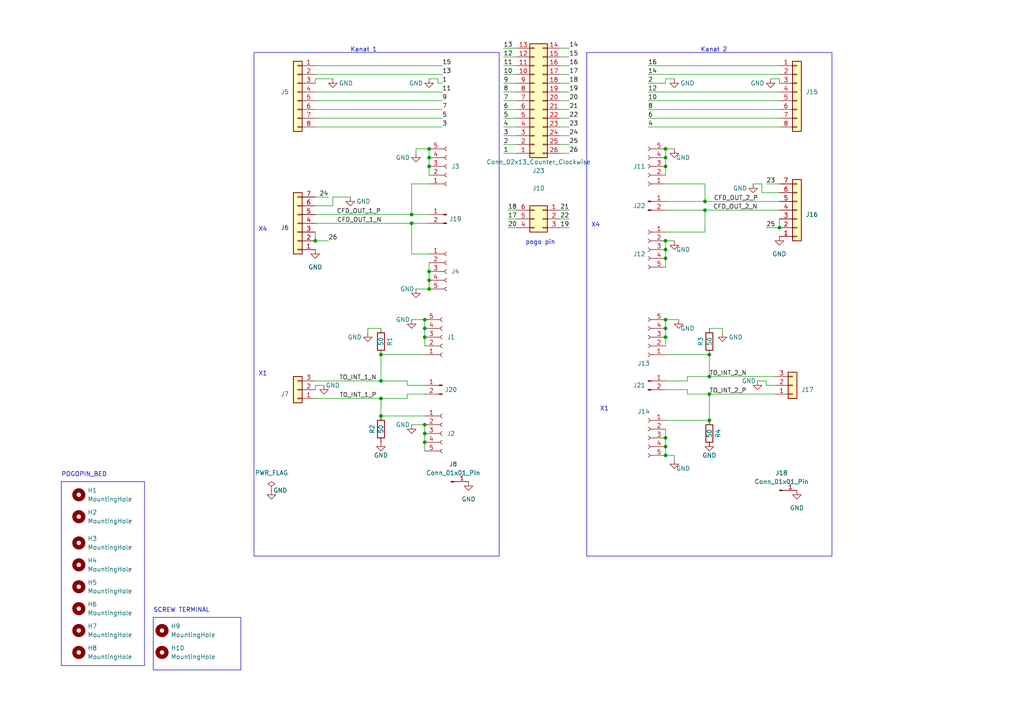
<source format=kicad_sch>
(kicad_sch (version 20230121) (generator eeschema)

  (uuid 48ce9b16-b9c8-4696-bdc3-9fd396081943)

  (paper "A4")

  (lib_symbols
    (symbol "Connector:Conn_01x01_Pin" (pin_names (offset 1.016) hide) (in_bom yes) (on_board yes)
      (property "Reference" "J" (at 0 2.54 0)
        (effects (font (size 1.27 1.27)))
      )
      (property "Value" "Conn_01x01_Pin" (at 0 -2.54 0)
        (effects (font (size 1.27 1.27)))
      )
      (property "Footprint" "" (at 0 0 0)
        (effects (font (size 1.27 1.27)) hide)
      )
      (property "Datasheet" "~" (at 0 0 0)
        (effects (font (size 1.27 1.27)) hide)
      )
      (property "ki_locked" "" (at 0 0 0)
        (effects (font (size 1.27 1.27)))
      )
      (property "ki_keywords" "connector" (at 0 0 0)
        (effects (font (size 1.27 1.27)) hide)
      )
      (property "ki_description" "Generic connector, single row, 01x01, script generated" (at 0 0 0)
        (effects (font (size 1.27 1.27)) hide)
      )
      (property "ki_fp_filters" "Connector*:*_1x??_*" (at 0 0 0)
        (effects (font (size 1.27 1.27)) hide)
      )
      (symbol "Conn_01x01_Pin_1_1"
        (polyline
          (pts
            (xy 1.27 0)
            (xy 0.8636 0)
          )
          (stroke (width 0.1524) (type default))
          (fill (type none))
        )
        (rectangle (start 0.8636 0.127) (end 0 -0.127)
          (stroke (width 0.1524) (type default))
          (fill (type outline))
        )
        (pin passive line (at 5.08 0 180) (length 3.81)
          (name "Pin_1" (effects (font (size 1.27 1.27))))
          (number "1" (effects (font (size 1.27 1.27))))
        )
      )
    )
    (symbol "Connector:Conn_01x02_Pin" (pin_names (offset 1.016) hide) (in_bom yes) (on_board yes)
      (property "Reference" "J" (at 0 2.54 0)
        (effects (font (size 1.27 1.27)))
      )
      (property "Value" "Conn_01x02_Pin" (at 0 -5.08 0)
        (effects (font (size 1.27 1.27)))
      )
      (property "Footprint" "" (at 0 0 0)
        (effects (font (size 1.27 1.27)) hide)
      )
      (property "Datasheet" "~" (at 0 0 0)
        (effects (font (size 1.27 1.27)) hide)
      )
      (property "ki_locked" "" (at 0 0 0)
        (effects (font (size 1.27 1.27)))
      )
      (property "ki_keywords" "connector" (at 0 0 0)
        (effects (font (size 1.27 1.27)) hide)
      )
      (property "ki_description" "Generic connector, single row, 01x02, script generated" (at 0 0 0)
        (effects (font (size 1.27 1.27)) hide)
      )
      (property "ki_fp_filters" "Connector*:*_1x??_*" (at 0 0 0)
        (effects (font (size 1.27 1.27)) hide)
      )
      (symbol "Conn_01x02_Pin_1_1"
        (polyline
          (pts
            (xy 1.27 -2.54)
            (xy 0.8636 -2.54)
          )
          (stroke (width 0.1524) (type default))
          (fill (type none))
        )
        (polyline
          (pts
            (xy 1.27 0)
            (xy 0.8636 0)
          )
          (stroke (width 0.1524) (type default))
          (fill (type none))
        )
        (rectangle (start 0.8636 -2.413) (end 0 -2.667)
          (stroke (width 0.1524) (type default))
          (fill (type outline))
        )
        (rectangle (start 0.8636 0.127) (end 0 -0.127)
          (stroke (width 0.1524) (type default))
          (fill (type outline))
        )
        (pin passive line (at 5.08 0 180) (length 3.81)
          (name "Pin_1" (effects (font (size 1.27 1.27))))
          (number "1" (effects (font (size 1.27 1.27))))
        )
        (pin passive line (at 5.08 -2.54 180) (length 3.81)
          (name "Pin_2" (effects (font (size 1.27 1.27))))
          (number "2" (effects (font (size 1.27 1.27))))
        )
      )
    )
    (symbol "Connector:Conn_01x05_Socket" (pin_names (offset 1.016) hide) (in_bom yes) (on_board yes)
      (property "Reference" "J" (at 0 7.62 0)
        (effects (font (size 1.27 1.27)))
      )
      (property "Value" "Conn_01x05_Socket" (at 0 -7.62 0)
        (effects (font (size 1.27 1.27)))
      )
      (property "Footprint" "" (at 0 0 0)
        (effects (font (size 1.27 1.27)) hide)
      )
      (property "Datasheet" "~" (at 0 0 0)
        (effects (font (size 1.27 1.27)) hide)
      )
      (property "ki_locked" "" (at 0 0 0)
        (effects (font (size 1.27 1.27)))
      )
      (property "ki_keywords" "connector" (at 0 0 0)
        (effects (font (size 1.27 1.27)) hide)
      )
      (property "ki_description" "Generic connector, single row, 01x05, script generated" (at 0 0 0)
        (effects (font (size 1.27 1.27)) hide)
      )
      (property "ki_fp_filters" "Connector*:*_1x??_*" (at 0 0 0)
        (effects (font (size 1.27 1.27)) hide)
      )
      (symbol "Conn_01x05_Socket_1_1"
        (arc (start 0 -4.572) (mid -0.5058 -5.08) (end 0 -5.588)
          (stroke (width 0.1524) (type default))
          (fill (type none))
        )
        (arc (start 0 -2.032) (mid -0.5058 -2.54) (end 0 -3.048)
          (stroke (width 0.1524) (type default))
          (fill (type none))
        )
        (polyline
          (pts
            (xy -1.27 -5.08)
            (xy -0.508 -5.08)
          )
          (stroke (width 0.1524) (type default))
          (fill (type none))
        )
        (polyline
          (pts
            (xy -1.27 -2.54)
            (xy -0.508 -2.54)
          )
          (stroke (width 0.1524) (type default))
          (fill (type none))
        )
        (polyline
          (pts
            (xy -1.27 0)
            (xy -0.508 0)
          )
          (stroke (width 0.1524) (type default))
          (fill (type none))
        )
        (polyline
          (pts
            (xy -1.27 2.54)
            (xy -0.508 2.54)
          )
          (stroke (width 0.1524) (type default))
          (fill (type none))
        )
        (polyline
          (pts
            (xy -1.27 5.08)
            (xy -0.508 5.08)
          )
          (stroke (width 0.1524) (type default))
          (fill (type none))
        )
        (arc (start 0 0.508) (mid -0.5058 0) (end 0 -0.508)
          (stroke (width 0.1524) (type default))
          (fill (type none))
        )
        (arc (start 0 3.048) (mid -0.5058 2.54) (end 0 2.032)
          (stroke (width 0.1524) (type default))
          (fill (type none))
        )
        (arc (start 0 5.588) (mid -0.5058 5.08) (end 0 4.572)
          (stroke (width 0.1524) (type default))
          (fill (type none))
        )
        (pin passive line (at -5.08 5.08 0) (length 3.81)
          (name "Pin_1" (effects (font (size 1.27 1.27))))
          (number "1" (effects (font (size 1.27 1.27))))
        )
        (pin passive line (at -5.08 2.54 0) (length 3.81)
          (name "Pin_2" (effects (font (size 1.27 1.27))))
          (number "2" (effects (font (size 1.27 1.27))))
        )
        (pin passive line (at -5.08 0 0) (length 3.81)
          (name "Pin_3" (effects (font (size 1.27 1.27))))
          (number "3" (effects (font (size 1.27 1.27))))
        )
        (pin passive line (at -5.08 -2.54 0) (length 3.81)
          (name "Pin_4" (effects (font (size 1.27 1.27))))
          (number "4" (effects (font (size 1.27 1.27))))
        )
        (pin passive line (at -5.08 -5.08 0) (length 3.81)
          (name "Pin_5" (effects (font (size 1.27 1.27))))
          (number "5" (effects (font (size 1.27 1.27))))
        )
      )
    )
    (symbol "Connector_Generic:Conn_01x03" (pin_names (offset 1.016) hide) (in_bom yes) (on_board yes)
      (property "Reference" "J" (at 0 5.08 0)
        (effects (font (size 1.27 1.27)))
      )
      (property "Value" "Conn_01x03" (at 0 -5.08 0)
        (effects (font (size 1.27 1.27)))
      )
      (property "Footprint" "" (at 0 0 0)
        (effects (font (size 1.27 1.27)) hide)
      )
      (property "Datasheet" "~" (at 0 0 0)
        (effects (font (size 1.27 1.27)) hide)
      )
      (property "ki_keywords" "connector" (at 0 0 0)
        (effects (font (size 1.27 1.27)) hide)
      )
      (property "ki_description" "Generic connector, single row, 01x03, script generated (kicad-library-utils/schlib/autogen/connector/)" (at 0 0 0)
        (effects (font (size 1.27 1.27)) hide)
      )
      (property "ki_fp_filters" "Connector*:*_1x??_*" (at 0 0 0)
        (effects (font (size 1.27 1.27)) hide)
      )
      (symbol "Conn_01x03_1_1"
        (rectangle (start -1.27 -2.413) (end 0 -2.667)
          (stroke (width 0.1524) (type default))
          (fill (type none))
        )
        (rectangle (start -1.27 0.127) (end 0 -0.127)
          (stroke (width 0.1524) (type default))
          (fill (type none))
        )
        (rectangle (start -1.27 2.667) (end 0 2.413)
          (stroke (width 0.1524) (type default))
          (fill (type none))
        )
        (rectangle (start -1.27 3.81) (end 1.27 -3.81)
          (stroke (width 0.254) (type default))
          (fill (type background))
        )
        (pin passive line (at -5.08 2.54 0) (length 3.81)
          (name "Pin_1" (effects (font (size 1.27 1.27))))
          (number "1" (effects (font (size 1.27 1.27))))
        )
        (pin passive line (at -5.08 0 0) (length 3.81)
          (name "Pin_2" (effects (font (size 1.27 1.27))))
          (number "2" (effects (font (size 1.27 1.27))))
        )
        (pin passive line (at -5.08 -2.54 0) (length 3.81)
          (name "Pin_3" (effects (font (size 1.27 1.27))))
          (number "3" (effects (font (size 1.27 1.27))))
        )
      )
    )
    (symbol "Connector_Generic:Conn_01x07" (pin_names (offset 1.016) hide) (in_bom yes) (on_board yes)
      (property "Reference" "J" (at 0 10.16 0)
        (effects (font (size 1.27 1.27)))
      )
      (property "Value" "Conn_01x07" (at 0 -10.16 0)
        (effects (font (size 1.27 1.27)))
      )
      (property "Footprint" "" (at 0 0 0)
        (effects (font (size 1.27 1.27)) hide)
      )
      (property "Datasheet" "~" (at 0 0 0)
        (effects (font (size 1.27 1.27)) hide)
      )
      (property "ki_keywords" "connector" (at 0 0 0)
        (effects (font (size 1.27 1.27)) hide)
      )
      (property "ki_description" "Generic connector, single row, 01x07, script generated (kicad-library-utils/schlib/autogen/connector/)" (at 0 0 0)
        (effects (font (size 1.27 1.27)) hide)
      )
      (property "ki_fp_filters" "Connector*:*_1x??_*" (at 0 0 0)
        (effects (font (size 1.27 1.27)) hide)
      )
      (symbol "Conn_01x07_1_1"
        (rectangle (start -1.27 -7.493) (end 0 -7.747)
          (stroke (width 0.1524) (type default))
          (fill (type none))
        )
        (rectangle (start -1.27 -4.953) (end 0 -5.207)
          (stroke (width 0.1524) (type default))
          (fill (type none))
        )
        (rectangle (start -1.27 -2.413) (end 0 -2.667)
          (stroke (width 0.1524) (type default))
          (fill (type none))
        )
        (rectangle (start -1.27 0.127) (end 0 -0.127)
          (stroke (width 0.1524) (type default))
          (fill (type none))
        )
        (rectangle (start -1.27 2.667) (end 0 2.413)
          (stroke (width 0.1524) (type default))
          (fill (type none))
        )
        (rectangle (start -1.27 5.207) (end 0 4.953)
          (stroke (width 0.1524) (type default))
          (fill (type none))
        )
        (rectangle (start -1.27 7.747) (end 0 7.493)
          (stroke (width 0.1524) (type default))
          (fill (type none))
        )
        (rectangle (start -1.27 8.89) (end 1.27 -8.89)
          (stroke (width 0.254) (type default))
          (fill (type background))
        )
        (pin passive line (at -5.08 7.62 0) (length 3.81)
          (name "Pin_1" (effects (font (size 1.27 1.27))))
          (number "1" (effects (font (size 1.27 1.27))))
        )
        (pin passive line (at -5.08 5.08 0) (length 3.81)
          (name "Pin_2" (effects (font (size 1.27 1.27))))
          (number "2" (effects (font (size 1.27 1.27))))
        )
        (pin passive line (at -5.08 2.54 0) (length 3.81)
          (name "Pin_3" (effects (font (size 1.27 1.27))))
          (number "3" (effects (font (size 1.27 1.27))))
        )
        (pin passive line (at -5.08 0 0) (length 3.81)
          (name "Pin_4" (effects (font (size 1.27 1.27))))
          (number "4" (effects (font (size 1.27 1.27))))
        )
        (pin passive line (at -5.08 -2.54 0) (length 3.81)
          (name "Pin_5" (effects (font (size 1.27 1.27))))
          (number "5" (effects (font (size 1.27 1.27))))
        )
        (pin passive line (at -5.08 -5.08 0) (length 3.81)
          (name "Pin_6" (effects (font (size 1.27 1.27))))
          (number "6" (effects (font (size 1.27 1.27))))
        )
        (pin passive line (at -5.08 -7.62 0) (length 3.81)
          (name "Pin_7" (effects (font (size 1.27 1.27))))
          (number "7" (effects (font (size 1.27 1.27))))
        )
      )
    )
    (symbol "Connector_Generic:Conn_01x08" (pin_names (offset 1.016) hide) (in_bom yes) (on_board yes)
      (property "Reference" "J" (at 0 10.16 0)
        (effects (font (size 1.27 1.27)))
      )
      (property "Value" "Conn_01x08" (at 0 -12.7 0)
        (effects (font (size 1.27 1.27)))
      )
      (property "Footprint" "" (at 0 0 0)
        (effects (font (size 1.27 1.27)) hide)
      )
      (property "Datasheet" "~" (at 0 0 0)
        (effects (font (size 1.27 1.27)) hide)
      )
      (property "ki_keywords" "connector" (at 0 0 0)
        (effects (font (size 1.27 1.27)) hide)
      )
      (property "ki_description" "Generic connector, single row, 01x08, script generated (kicad-library-utils/schlib/autogen/connector/)" (at 0 0 0)
        (effects (font (size 1.27 1.27)) hide)
      )
      (property "ki_fp_filters" "Connector*:*_1x??_*" (at 0 0 0)
        (effects (font (size 1.27 1.27)) hide)
      )
      (symbol "Conn_01x08_1_1"
        (rectangle (start -1.27 -10.033) (end 0 -10.287)
          (stroke (width 0.1524) (type default))
          (fill (type none))
        )
        (rectangle (start -1.27 -7.493) (end 0 -7.747)
          (stroke (width 0.1524) (type default))
          (fill (type none))
        )
        (rectangle (start -1.27 -4.953) (end 0 -5.207)
          (stroke (width 0.1524) (type default))
          (fill (type none))
        )
        (rectangle (start -1.27 -2.413) (end 0 -2.667)
          (stroke (width 0.1524) (type default))
          (fill (type none))
        )
        (rectangle (start -1.27 0.127) (end 0 -0.127)
          (stroke (width 0.1524) (type default))
          (fill (type none))
        )
        (rectangle (start -1.27 2.667) (end 0 2.413)
          (stroke (width 0.1524) (type default))
          (fill (type none))
        )
        (rectangle (start -1.27 5.207) (end 0 4.953)
          (stroke (width 0.1524) (type default))
          (fill (type none))
        )
        (rectangle (start -1.27 7.747) (end 0 7.493)
          (stroke (width 0.1524) (type default))
          (fill (type none))
        )
        (rectangle (start -1.27 8.89) (end 1.27 -11.43)
          (stroke (width 0.254) (type default))
          (fill (type background))
        )
        (pin passive line (at -5.08 7.62 0) (length 3.81)
          (name "Pin_1" (effects (font (size 1.27 1.27))))
          (number "1" (effects (font (size 1.27 1.27))))
        )
        (pin passive line (at -5.08 5.08 0) (length 3.81)
          (name "Pin_2" (effects (font (size 1.27 1.27))))
          (number "2" (effects (font (size 1.27 1.27))))
        )
        (pin passive line (at -5.08 2.54 0) (length 3.81)
          (name "Pin_3" (effects (font (size 1.27 1.27))))
          (number "3" (effects (font (size 1.27 1.27))))
        )
        (pin passive line (at -5.08 0 0) (length 3.81)
          (name "Pin_4" (effects (font (size 1.27 1.27))))
          (number "4" (effects (font (size 1.27 1.27))))
        )
        (pin passive line (at -5.08 -2.54 0) (length 3.81)
          (name "Pin_5" (effects (font (size 1.27 1.27))))
          (number "5" (effects (font (size 1.27 1.27))))
        )
        (pin passive line (at -5.08 -5.08 0) (length 3.81)
          (name "Pin_6" (effects (font (size 1.27 1.27))))
          (number "6" (effects (font (size 1.27 1.27))))
        )
        (pin passive line (at -5.08 -7.62 0) (length 3.81)
          (name "Pin_7" (effects (font (size 1.27 1.27))))
          (number "7" (effects (font (size 1.27 1.27))))
        )
        (pin passive line (at -5.08 -10.16 0) (length 3.81)
          (name "Pin_8" (effects (font (size 1.27 1.27))))
          (number "8" (effects (font (size 1.27 1.27))))
        )
      )
    )
    (symbol "Connector_Generic:Conn_02x03_Counter_Clockwise" (pin_names (offset 1.016) hide) (in_bom yes) (on_board yes)
      (property "Reference" "J" (at 1.27 5.08 0)
        (effects (font (size 1.27 1.27)))
      )
      (property "Value" "Conn_02x03_Counter_Clockwise" (at 1.27 -5.08 0)
        (effects (font (size 1.27 1.27)))
      )
      (property "Footprint" "" (at 0 0 0)
        (effects (font (size 1.27 1.27)) hide)
      )
      (property "Datasheet" "~" (at 0 0 0)
        (effects (font (size 1.27 1.27)) hide)
      )
      (property "ki_keywords" "connector" (at 0 0 0)
        (effects (font (size 1.27 1.27)) hide)
      )
      (property "ki_description" "Generic connector, double row, 02x03, counter clockwise pin numbering scheme (similar to DIP package numbering), script generated (kicad-library-utils/schlib/autogen/connector/)" (at 0 0 0)
        (effects (font (size 1.27 1.27)) hide)
      )
      (property "ki_fp_filters" "Connector*:*_2x??_*" (at 0 0 0)
        (effects (font (size 1.27 1.27)) hide)
      )
      (symbol "Conn_02x03_Counter_Clockwise_1_1"
        (rectangle (start -1.27 -2.413) (end 0 -2.667)
          (stroke (width 0.1524) (type default))
          (fill (type none))
        )
        (rectangle (start -1.27 0.127) (end 0 -0.127)
          (stroke (width 0.1524) (type default))
          (fill (type none))
        )
        (rectangle (start -1.27 2.667) (end 0 2.413)
          (stroke (width 0.1524) (type default))
          (fill (type none))
        )
        (rectangle (start -1.27 3.81) (end 3.81 -3.81)
          (stroke (width 0.254) (type default))
          (fill (type background))
        )
        (rectangle (start 3.81 -2.413) (end 2.54 -2.667)
          (stroke (width 0.1524) (type default))
          (fill (type none))
        )
        (rectangle (start 3.81 0.127) (end 2.54 -0.127)
          (stroke (width 0.1524) (type default))
          (fill (type none))
        )
        (rectangle (start 3.81 2.667) (end 2.54 2.413)
          (stroke (width 0.1524) (type default))
          (fill (type none))
        )
        (pin passive line (at -5.08 2.54 0) (length 3.81)
          (name "Pin_1" (effects (font (size 1.27 1.27))))
          (number "1" (effects (font (size 1.27 1.27))))
        )
        (pin passive line (at -5.08 0 0) (length 3.81)
          (name "Pin_2" (effects (font (size 1.27 1.27))))
          (number "2" (effects (font (size 1.27 1.27))))
        )
        (pin passive line (at -5.08 -2.54 0) (length 3.81)
          (name "Pin_3" (effects (font (size 1.27 1.27))))
          (number "3" (effects (font (size 1.27 1.27))))
        )
        (pin passive line (at 7.62 -2.54 180) (length 3.81)
          (name "Pin_4" (effects (font (size 1.27 1.27))))
          (number "4" (effects (font (size 1.27 1.27))))
        )
        (pin passive line (at 7.62 0 180) (length 3.81)
          (name "Pin_5" (effects (font (size 1.27 1.27))))
          (number "5" (effects (font (size 1.27 1.27))))
        )
        (pin passive line (at 7.62 2.54 180) (length 3.81)
          (name "Pin_6" (effects (font (size 1.27 1.27))))
          (number "6" (effects (font (size 1.27 1.27))))
        )
      )
    )
    (symbol "Connector_Generic:Conn_02x13_Counter_Clockwise" (pin_names (offset 1.016) hide) (in_bom yes) (on_board yes)
      (property "Reference" "J" (at 1.27 17.78 0)
        (effects (font (size 1.27 1.27)))
      )
      (property "Value" "Conn_02x13_Counter_Clockwise" (at 1.27 -17.78 0)
        (effects (font (size 1.27 1.27)))
      )
      (property "Footprint" "" (at 0 0 0)
        (effects (font (size 1.27 1.27)) hide)
      )
      (property "Datasheet" "~" (at 0 0 0)
        (effects (font (size 1.27 1.27)) hide)
      )
      (property "ki_keywords" "connector" (at 0 0 0)
        (effects (font (size 1.27 1.27)) hide)
      )
      (property "ki_description" "Generic connector, double row, 02x13, counter clockwise pin numbering scheme (similar to DIP package numbering), script generated (kicad-library-utils/schlib/autogen/connector/)" (at 0 0 0)
        (effects (font (size 1.27 1.27)) hide)
      )
      (property "ki_fp_filters" "Connector*:*_2x??_*" (at 0 0 0)
        (effects (font (size 1.27 1.27)) hide)
      )
      (symbol "Conn_02x13_Counter_Clockwise_1_1"
        (rectangle (start -1.27 -15.113) (end 0 -15.367)
          (stroke (width 0.1524) (type default))
          (fill (type none))
        )
        (rectangle (start -1.27 -12.573) (end 0 -12.827)
          (stroke (width 0.1524) (type default))
          (fill (type none))
        )
        (rectangle (start -1.27 -10.033) (end 0 -10.287)
          (stroke (width 0.1524) (type default))
          (fill (type none))
        )
        (rectangle (start -1.27 -7.493) (end 0 -7.747)
          (stroke (width 0.1524) (type default))
          (fill (type none))
        )
        (rectangle (start -1.27 -4.953) (end 0 -5.207)
          (stroke (width 0.1524) (type default))
          (fill (type none))
        )
        (rectangle (start -1.27 -2.413) (end 0 -2.667)
          (stroke (width 0.1524) (type default))
          (fill (type none))
        )
        (rectangle (start -1.27 0.127) (end 0 -0.127)
          (stroke (width 0.1524) (type default))
          (fill (type none))
        )
        (rectangle (start -1.27 2.667) (end 0 2.413)
          (stroke (width 0.1524) (type default))
          (fill (type none))
        )
        (rectangle (start -1.27 5.207) (end 0 4.953)
          (stroke (width 0.1524) (type default))
          (fill (type none))
        )
        (rectangle (start -1.27 7.747) (end 0 7.493)
          (stroke (width 0.1524) (type default))
          (fill (type none))
        )
        (rectangle (start -1.27 10.287) (end 0 10.033)
          (stroke (width 0.1524) (type default))
          (fill (type none))
        )
        (rectangle (start -1.27 12.827) (end 0 12.573)
          (stroke (width 0.1524) (type default))
          (fill (type none))
        )
        (rectangle (start -1.27 15.367) (end 0 15.113)
          (stroke (width 0.1524) (type default))
          (fill (type none))
        )
        (rectangle (start -1.27 16.51) (end 3.81 -16.51)
          (stroke (width 0.254) (type default))
          (fill (type background))
        )
        (rectangle (start 3.81 -15.113) (end 2.54 -15.367)
          (stroke (width 0.1524) (type default))
          (fill (type none))
        )
        (rectangle (start 3.81 -12.573) (end 2.54 -12.827)
          (stroke (width 0.1524) (type default))
          (fill (type none))
        )
        (rectangle (start 3.81 -10.033) (end 2.54 -10.287)
          (stroke (width 0.1524) (type default))
          (fill (type none))
        )
        (rectangle (start 3.81 -7.493) (end 2.54 -7.747)
          (stroke (width 0.1524) (type default))
          (fill (type none))
        )
        (rectangle (start 3.81 -4.953) (end 2.54 -5.207)
          (stroke (width 0.1524) (type default))
          (fill (type none))
        )
        (rectangle (start 3.81 -2.413) (end 2.54 -2.667)
          (stroke (width 0.1524) (type default))
          (fill (type none))
        )
        (rectangle (start 3.81 0.127) (end 2.54 -0.127)
          (stroke (width 0.1524) (type default))
          (fill (type none))
        )
        (rectangle (start 3.81 2.667) (end 2.54 2.413)
          (stroke (width 0.1524) (type default))
          (fill (type none))
        )
        (rectangle (start 3.81 5.207) (end 2.54 4.953)
          (stroke (width 0.1524) (type default))
          (fill (type none))
        )
        (rectangle (start 3.81 7.747) (end 2.54 7.493)
          (stroke (width 0.1524) (type default))
          (fill (type none))
        )
        (rectangle (start 3.81 10.287) (end 2.54 10.033)
          (stroke (width 0.1524) (type default))
          (fill (type none))
        )
        (rectangle (start 3.81 12.827) (end 2.54 12.573)
          (stroke (width 0.1524) (type default))
          (fill (type none))
        )
        (rectangle (start 3.81 15.367) (end 2.54 15.113)
          (stroke (width 0.1524) (type default))
          (fill (type none))
        )
        (pin passive line (at -5.08 15.24 0) (length 3.81)
          (name "Pin_1" (effects (font (size 1.27 1.27))))
          (number "1" (effects (font (size 1.27 1.27))))
        )
        (pin passive line (at -5.08 -7.62 0) (length 3.81)
          (name "Pin_10" (effects (font (size 1.27 1.27))))
          (number "10" (effects (font (size 1.27 1.27))))
        )
        (pin passive line (at -5.08 -10.16 0) (length 3.81)
          (name "Pin_11" (effects (font (size 1.27 1.27))))
          (number "11" (effects (font (size 1.27 1.27))))
        )
        (pin passive line (at -5.08 -12.7 0) (length 3.81)
          (name "Pin_12" (effects (font (size 1.27 1.27))))
          (number "12" (effects (font (size 1.27 1.27))))
        )
        (pin passive line (at -5.08 -15.24 0) (length 3.81)
          (name "Pin_13" (effects (font (size 1.27 1.27))))
          (number "13" (effects (font (size 1.27 1.27))))
        )
        (pin passive line (at 7.62 -15.24 180) (length 3.81)
          (name "Pin_14" (effects (font (size 1.27 1.27))))
          (number "14" (effects (font (size 1.27 1.27))))
        )
        (pin passive line (at 7.62 -12.7 180) (length 3.81)
          (name "Pin_15" (effects (font (size 1.27 1.27))))
          (number "15" (effects (font (size 1.27 1.27))))
        )
        (pin passive line (at 7.62 -10.16 180) (length 3.81)
          (name "Pin_16" (effects (font (size 1.27 1.27))))
          (number "16" (effects (font (size 1.27 1.27))))
        )
        (pin passive line (at 7.62 -7.62 180) (length 3.81)
          (name "Pin_17" (effects (font (size 1.27 1.27))))
          (number "17" (effects (font (size 1.27 1.27))))
        )
        (pin passive line (at 7.62 -5.08 180) (length 3.81)
          (name "Pin_18" (effects (font (size 1.27 1.27))))
          (number "18" (effects (font (size 1.27 1.27))))
        )
        (pin passive line (at 7.62 -2.54 180) (length 3.81)
          (name "Pin_19" (effects (font (size 1.27 1.27))))
          (number "19" (effects (font (size 1.27 1.27))))
        )
        (pin passive line (at -5.08 12.7 0) (length 3.81)
          (name "Pin_2" (effects (font (size 1.27 1.27))))
          (number "2" (effects (font (size 1.27 1.27))))
        )
        (pin passive line (at 7.62 0 180) (length 3.81)
          (name "Pin_20" (effects (font (size 1.27 1.27))))
          (number "20" (effects (font (size 1.27 1.27))))
        )
        (pin passive line (at 7.62 2.54 180) (length 3.81)
          (name "Pin_21" (effects (font (size 1.27 1.27))))
          (number "21" (effects (font (size 1.27 1.27))))
        )
        (pin passive line (at 7.62 5.08 180) (length 3.81)
          (name "Pin_22" (effects (font (size 1.27 1.27))))
          (number "22" (effects (font (size 1.27 1.27))))
        )
        (pin passive line (at 7.62 7.62 180) (length 3.81)
          (name "Pin_23" (effects (font (size 1.27 1.27))))
          (number "23" (effects (font (size 1.27 1.27))))
        )
        (pin passive line (at 7.62 10.16 180) (length 3.81)
          (name "Pin_24" (effects (font (size 1.27 1.27))))
          (number "24" (effects (font (size 1.27 1.27))))
        )
        (pin passive line (at 7.62 12.7 180) (length 3.81)
          (name "Pin_25" (effects (font (size 1.27 1.27))))
          (number "25" (effects (font (size 1.27 1.27))))
        )
        (pin passive line (at 7.62 15.24 180) (length 3.81)
          (name "Pin_26" (effects (font (size 1.27 1.27))))
          (number "26" (effects (font (size 1.27 1.27))))
        )
        (pin passive line (at -5.08 10.16 0) (length 3.81)
          (name "Pin_3" (effects (font (size 1.27 1.27))))
          (number "3" (effects (font (size 1.27 1.27))))
        )
        (pin passive line (at -5.08 7.62 0) (length 3.81)
          (name "Pin_4" (effects (font (size 1.27 1.27))))
          (number "4" (effects (font (size 1.27 1.27))))
        )
        (pin passive line (at -5.08 5.08 0) (length 3.81)
          (name "Pin_5" (effects (font (size 1.27 1.27))))
          (number "5" (effects (font (size 1.27 1.27))))
        )
        (pin passive line (at -5.08 2.54 0) (length 3.81)
          (name "Pin_6" (effects (font (size 1.27 1.27))))
          (number "6" (effects (font (size 1.27 1.27))))
        )
        (pin passive line (at -5.08 0 0) (length 3.81)
          (name "Pin_7" (effects (font (size 1.27 1.27))))
          (number "7" (effects (font (size 1.27 1.27))))
        )
        (pin passive line (at -5.08 -2.54 0) (length 3.81)
          (name "Pin_8" (effects (font (size 1.27 1.27))))
          (number "8" (effects (font (size 1.27 1.27))))
        )
        (pin passive line (at -5.08 -5.08 0) (length 3.81)
          (name "Pin_9" (effects (font (size 1.27 1.27))))
          (number "9" (effects (font (size 1.27 1.27))))
        )
      )
    )
    (symbol "Device:R" (pin_numbers hide) (pin_names (offset 0)) (in_bom yes) (on_board yes)
      (property "Reference" "R" (at 2.032 0 90)
        (effects (font (size 1.27 1.27)))
      )
      (property "Value" "R" (at 0 0 90)
        (effects (font (size 1.27 1.27)))
      )
      (property "Footprint" "" (at -1.778 0 90)
        (effects (font (size 1.27 1.27)) hide)
      )
      (property "Datasheet" "~" (at 0 0 0)
        (effects (font (size 1.27 1.27)) hide)
      )
      (property "ki_keywords" "R res resistor" (at 0 0 0)
        (effects (font (size 1.27 1.27)) hide)
      )
      (property "ki_description" "Resistor" (at 0 0 0)
        (effects (font (size 1.27 1.27)) hide)
      )
      (property "ki_fp_filters" "R_*" (at 0 0 0)
        (effects (font (size 1.27 1.27)) hide)
      )
      (symbol "R_0_1"
        (rectangle (start -1.016 -2.54) (end 1.016 2.54)
          (stroke (width 0.254) (type default))
          (fill (type none))
        )
      )
      (symbol "R_1_1"
        (pin passive line (at 0 3.81 270) (length 1.27)
          (name "~" (effects (font (size 1.27 1.27))))
          (number "1" (effects (font (size 1.27 1.27))))
        )
        (pin passive line (at 0 -3.81 90) (length 1.27)
          (name "~" (effects (font (size 1.27 1.27))))
          (number "2" (effects (font (size 1.27 1.27))))
        )
      )
    )
    (symbol "Mechanical:MountingHole" (pin_names (offset 1.016)) (in_bom yes) (on_board yes)
      (property "Reference" "H" (at 0 5.08 0)
        (effects (font (size 1.27 1.27)))
      )
      (property "Value" "MountingHole" (at 0 3.175 0)
        (effects (font (size 1.27 1.27)))
      )
      (property "Footprint" "" (at 0 0 0)
        (effects (font (size 1.27 1.27)) hide)
      )
      (property "Datasheet" "~" (at 0 0 0)
        (effects (font (size 1.27 1.27)) hide)
      )
      (property "ki_keywords" "mounting hole" (at 0 0 0)
        (effects (font (size 1.27 1.27)) hide)
      )
      (property "ki_description" "Mounting Hole without connection" (at 0 0 0)
        (effects (font (size 1.27 1.27)) hide)
      )
      (property "ki_fp_filters" "MountingHole*" (at 0 0 0)
        (effects (font (size 1.27 1.27)) hide)
      )
      (symbol "MountingHole_0_1"
        (circle (center 0 0) (radius 1.27)
          (stroke (width 1.27) (type default))
          (fill (type none))
        )
      )
    )
    (symbol "power:GND" (power) (pin_names (offset 0)) (in_bom yes) (on_board yes)
      (property "Reference" "#PWR" (at 0 -6.35 0)
        (effects (font (size 1.27 1.27)) hide)
      )
      (property "Value" "GND" (at 0 -3.81 0)
        (effects (font (size 1.27 1.27)))
      )
      (property "Footprint" "" (at 0 0 0)
        (effects (font (size 1.27 1.27)) hide)
      )
      (property "Datasheet" "" (at 0 0 0)
        (effects (font (size 1.27 1.27)) hide)
      )
      (property "ki_keywords" "global power" (at 0 0 0)
        (effects (font (size 1.27 1.27)) hide)
      )
      (property "ki_description" "Power symbol creates a global label with name \"GND\" , ground" (at 0 0 0)
        (effects (font (size 1.27 1.27)) hide)
      )
      (symbol "GND_0_1"
        (polyline
          (pts
            (xy 0 0)
            (xy 0 -1.27)
            (xy 1.27 -1.27)
            (xy 0 -2.54)
            (xy -1.27 -1.27)
            (xy 0 -1.27)
          )
          (stroke (width 0) (type default))
          (fill (type none))
        )
      )
      (symbol "GND_1_1"
        (pin power_in line (at 0 0 270) (length 0) hide
          (name "GND" (effects (font (size 1.27 1.27))))
          (number "1" (effects (font (size 1.27 1.27))))
        )
      )
    )
    (symbol "power:PWR_FLAG" (power) (pin_numbers hide) (pin_names (offset 0) hide) (in_bom yes) (on_board yes)
      (property "Reference" "#FLG" (at 0 1.905 0)
        (effects (font (size 1.27 1.27)) hide)
      )
      (property "Value" "PWR_FLAG" (at 0 3.81 0)
        (effects (font (size 1.27 1.27)))
      )
      (property "Footprint" "" (at 0 0 0)
        (effects (font (size 1.27 1.27)) hide)
      )
      (property "Datasheet" "~" (at 0 0 0)
        (effects (font (size 1.27 1.27)) hide)
      )
      (property "ki_keywords" "flag power" (at 0 0 0)
        (effects (font (size 1.27 1.27)) hide)
      )
      (property "ki_description" "Special symbol for telling ERC where power comes from" (at 0 0 0)
        (effects (font (size 1.27 1.27)) hide)
      )
      (symbol "PWR_FLAG_0_0"
        (pin power_out line (at 0 0 90) (length 0)
          (name "pwr" (effects (font (size 1.27 1.27))))
          (number "1" (effects (font (size 1.27 1.27))))
        )
      )
      (symbol "PWR_FLAG_0_1"
        (polyline
          (pts
            (xy 0 0)
            (xy 0 1.27)
            (xy -1.016 1.905)
            (xy 0 2.54)
            (xy 1.016 1.905)
            (xy 0 1.27)
          )
          (stroke (width 0) (type default))
          (fill (type none))
        )
      )
    )
  )

  (junction (at 193.04 74.93) (diameter 0) (color 0 0 0 0)
    (uuid 0263cd52-742a-4f1b-92fe-ec48150a90f1)
  )
  (junction (at 193.04 48.26) (diameter 0) (color 0 0 0 0)
    (uuid 09d20ce7-77e0-4511-8299-5b8a72f5a176)
  )
  (junction (at 119.38 64.77) (diameter 0) (color 0 0 0 0)
    (uuid 14efca43-16d7-4b50-b0d4-4b870d657612)
  )
  (junction (at 205.74 102.87) (diameter 0) (color 0 0 0 0)
    (uuid 159671a0-c316-4a46-bd0e-9a113205e6f5)
  )
  (junction (at 124.46 45.72) (diameter 0) (color 0 0 0 0)
    (uuid 22c03890-c843-41b1-9c8a-4c83f17bea58)
  )
  (junction (at 193.04 69.85) (diameter 0) (color 0 0 0 0)
    (uuid 25064afe-afd1-41f1-acdc-7d60ada0f27f)
  )
  (junction (at 123.19 92.71) (diameter 0) (color 0 0 0 0)
    (uuid 25e623cb-d647-4b46-9568-5bd941ce8519)
  )
  (junction (at 193.04 95.25) (diameter 0) (color 0 0 0 0)
    (uuid 2ba37083-86b6-487d-b546-be07d300149e)
  )
  (junction (at 123.19 125.73) (diameter 0) (color 0 0 0 0)
    (uuid 3110ba17-954c-4d39-a5d0-fcac09e592ad)
  )
  (junction (at 110.49 120.65) (diameter 0) (color 0 0 0 0)
    (uuid 39c3e811-5e25-4929-92be-c573d2473534)
  )
  (junction (at 110.49 102.87) (diameter 0) (color 0 0 0 0)
    (uuid 41e60a18-9bd9-47e4-b9be-7ff6d3bb037e)
  )
  (junction (at 124.46 81.28) (diameter 0) (color 0 0 0 0)
    (uuid 42c57e18-7511-428c-8fb0-33ab3d04816b)
  )
  (junction (at 91.44 69.85) (diameter 0) (color 0 0 0 0)
    (uuid 4ad264ba-d6c0-4bd0-9272-02e7b1c99ad2)
  )
  (junction (at 124.46 48.26) (diameter 0) (color 0 0 0 0)
    (uuid 4be5aa75-7cdd-492f-954f-0e4ae45763f3)
  )
  (junction (at 193.04 97.79) (diameter 0) (color 0 0 0 0)
    (uuid 4c03d5b8-df93-44ae-a2b1-b5fd67a5dc9e)
  )
  (junction (at 204.47 60.96) (diameter 0) (color 0 0 0 0)
    (uuid 4cd51f45-cbf3-47ab-ba0d-3b88ed5036bb)
  )
  (junction (at 193.04 129.54) (diameter 0) (color 0 0 0 0)
    (uuid 6b0ade9a-ea57-4d7f-8523-de09715cdc0b)
  )
  (junction (at 193.04 132.08) (diameter 0) (color 0 0 0 0)
    (uuid 6c43b852-6ec0-4ed5-8e48-e1ccad918bf6)
  )
  (junction (at 205.74 114.3) (diameter 0) (color 0 0 0 0)
    (uuid 6c4ed1da-ba31-429b-8a4c-d91ea7be4683)
  )
  (junction (at 123.19 95.25) (diameter 0) (color 0 0 0 0)
    (uuid 713d6371-a341-4140-ba7d-415d6a118086)
  )
  (junction (at 193.04 43.18) (diameter 0) (color 0 0 0 0)
    (uuid 75d3059c-325c-4cc5-abb7-6827ae306d79)
  )
  (junction (at 123.19 123.19) (diameter 0) (color 0 0 0 0)
    (uuid 7982d649-f6bd-4cc5-a1b0-16c1f960db8c)
  )
  (junction (at 226.06 66.04) (diameter 0) (color 0 0 0 0)
    (uuid 7c4f8ee5-5c0d-4701-9bb5-cd35f2d34d26)
  )
  (junction (at 110.49 110.49) (diameter 0) (color 0 0 0 0)
    (uuid 85462823-59eb-4d23-95a3-6c1c0d48cc7d)
  )
  (junction (at 204.47 58.42) (diameter 0) (color 0 0 0 0)
    (uuid 92781a35-334a-41b9-8c8c-e53b2ec6bda5)
  )
  (junction (at 123.19 97.79) (diameter 0) (color 0 0 0 0)
    (uuid 9e28e1d3-cc88-4818-9507-2f388ec8f066)
  )
  (junction (at 205.74 109.22) (diameter 0) (color 0 0 0 0)
    (uuid b487aee1-001d-473e-919b-54cff7173218)
  )
  (junction (at 193.04 127) (diameter 0) (color 0 0 0 0)
    (uuid ba3b7a97-7868-45a9-ae50-173984524142)
  )
  (junction (at 124.46 83.82) (diameter 0) (color 0 0 0 0)
    (uuid bcf977ea-b1a8-4b66-8b33-c6455a763aa9)
  )
  (junction (at 124.46 43.18) (diameter 0) (color 0 0 0 0)
    (uuid c9d7bf12-d3a6-4c7f-9708-f23ace8677f7)
  )
  (junction (at 193.04 45.72) (diameter 0) (color 0 0 0 0)
    (uuid ca0090fa-3fb1-45ad-aa5e-bcffdabc2e55)
  )
  (junction (at 110.49 115.57) (diameter 0) (color 0 0 0 0)
    (uuid cf8ed15b-7423-4da7-939f-613ebfec7158)
  )
  (junction (at 193.04 72.39) (diameter 0) (color 0 0 0 0)
    (uuid d086a59c-a99f-4a6f-b959-a8e2e77aaaa2)
  )
  (junction (at 205.74 121.92) (diameter 0) (color 0 0 0 0)
    (uuid f483bc32-c20f-42f2-9dbf-66c6df277f03)
  )
  (junction (at 124.46 78.74) (diameter 0) (color 0 0 0 0)
    (uuid f52b5e05-be58-4875-98f4-5cc55bef2fe6)
  )
  (junction (at 123.19 128.27) (diameter 0) (color 0 0 0 0)
    (uuid fb5c457e-e977-4aef-ad4f-f057d49ac6c0)
  )
  (junction (at 119.38 62.23) (diameter 0) (color 0 0 0 0)
    (uuid fd410c8d-c610-4d9e-983b-4b1714c679bc)
  )
  (junction (at 193.04 92.71) (diameter 0) (color 0 0 0 0)
    (uuid ffcb315a-c66a-4003-b96e-38c5298abc67)
  )

  (wire (pts (xy 193.04 121.92) (xy 205.74 121.92))
    (stroke (width 0) (type default))
    (uuid 03b6e87a-052b-41d2-ba4b-c799dc60c75d)
  )
  (wire (pts (xy 193.04 69.85) (xy 193.04 72.39))
    (stroke (width 0) (type default))
    (uuid 06bcf4d2-145a-4a8c-a4d6-2b7243e3bdee)
  )
  (wire (pts (xy 193.04 58.42) (xy 204.47 58.42))
    (stroke (width 0) (type default))
    (uuid 0866b568-208e-4fe9-a33c-40bf38d8e767)
  )
  (wire (pts (xy 220.98 53.34) (xy 220.98 55.88))
    (stroke (width 0) (type default))
    (uuid 0c32281a-c6f0-4cff-88d8-5cd08921c65e)
  )
  (wire (pts (xy 204.47 58.42) (xy 226.06 58.42))
    (stroke (width 0) (type default))
    (uuid 0cbc75a8-ba11-4f17-8760-4994a4f227b7)
  )
  (wire (pts (xy 187.96 31.75) (xy 226.06 31.75))
    (stroke (width 0) (type default))
    (uuid 0d89abf7-0545-4f3c-9dbb-fa74836ff9e7)
  )
  (wire (pts (xy 146.05 39.37) (xy 149.86 39.37))
    (stroke (width 0) (type default))
    (uuid 11027205-8717-410b-92a2-5594749526cd)
  )
  (wire (pts (xy 124.46 62.23) (xy 119.38 62.23))
    (stroke (width 0) (type default))
    (uuid 11691509-2af4-42d2-a4f7-d7255c551aca)
  )
  (wire (pts (xy 193.04 45.72) (xy 193.04 43.18))
    (stroke (width 0) (type default))
    (uuid 127a3e0f-f97e-4e2a-a00a-1302ccc452a7)
  )
  (wire (pts (xy 119.38 53.34) (xy 119.38 62.23))
    (stroke (width 0) (type default))
    (uuid 145e4ee3-0e88-46d8-817b-4ebfd06880f4)
  )
  (wire (pts (xy 106.68 95.25) (xy 106.68 96.52))
    (stroke (width 0) (type default))
    (uuid 16d43dfc-5c33-4170-983e-82fbb33b1d8d)
  )
  (wire (pts (xy 120.65 43.18) (xy 120.65 44.45))
    (stroke (width 0) (type default))
    (uuid 17113c4d-e866-46fd-8371-9e8931caa53c)
  )
  (wire (pts (xy 119.38 62.23) (xy 91.44 62.23))
    (stroke (width 0) (type default))
    (uuid 180cccc4-3ce4-4796-98b1-7bb9aef72731)
  )
  (wire (pts (xy 205.74 114.3) (xy 205.74 121.92))
    (stroke (width 0) (type default))
    (uuid 1a7998f9-f9e8-491c-a022-4936fe83a756)
  )
  (wire (pts (xy 96.52 57.15) (xy 96.52 59.69))
    (stroke (width 0) (type default))
    (uuid 1bcbb0a2-b821-4760-861d-9bcf2d0a7d0f)
  )
  (wire (pts (xy 220.98 55.88) (xy 226.06 55.88))
    (stroke (width 0) (type default))
    (uuid 1c607f20-2ecb-48b0-9807-40fd7e3d9d98)
  )
  (wire (pts (xy 205.74 109.22) (xy 199.39 109.22))
    (stroke (width 0) (type default))
    (uuid 1cad121c-c847-4329-a7e6-a23a87678866)
  )
  (wire (pts (xy 124.46 45.72) (xy 124.46 43.18))
    (stroke (width 0) (type default))
    (uuid 1d1a23a6-1056-4b3f-9217-fb35b2833d52)
  )
  (wire (pts (xy 193.04 100.33) (xy 193.04 97.79))
    (stroke (width 0) (type default))
    (uuid 226ef277-4c78-441c-b75c-c2cda14f841d)
  )
  (wire (pts (xy 96.52 59.69) (xy 91.44 59.69))
    (stroke (width 0) (type default))
    (uuid 24afbe62-adb8-4414-a80c-9add193f45bd)
  )
  (wire (pts (xy 204.47 67.31) (xy 204.47 60.96))
    (stroke (width 0) (type default))
    (uuid 2500d29f-f10f-4f29-a187-b0aa0ce5f441)
  )
  (wire (pts (xy 222.25 110.49) (xy 222.25 111.76))
    (stroke (width 0) (type default))
    (uuid 25a2dd9e-fb2f-45ea-aee8-a8b1bb6ed5c0)
  )
  (wire (pts (xy 101.6 57.15) (xy 96.52 57.15))
    (stroke (width 0) (type default))
    (uuid 25ad2328-db36-49b5-a98b-6d756c37be72)
  )
  (wire (pts (xy 146.05 13.97) (xy 149.86 13.97))
    (stroke (width 0) (type default))
    (uuid 2679f0e6-a247-453e-a8d5-f5f8e80f3b29)
  )
  (wire (pts (xy 146.05 19.05) (xy 149.86 19.05))
    (stroke (width 0) (type default))
    (uuid 279ccc2f-9d1c-49a6-8e7d-a56258d2b692)
  )
  (wire (pts (xy 162.56 26.67) (xy 165.1 26.67))
    (stroke (width 0) (type default))
    (uuid 280ae895-fc88-4007-b5ea-094bf0f7d9fb)
  )
  (wire (pts (xy 128.27 34.29) (xy 91.44 34.29))
    (stroke (width 0) (type default))
    (uuid 28b0c59a-128b-4904-b3c5-fd9813b218f6)
  )
  (wire (pts (xy 162.56 21.59) (xy 165.1 21.59))
    (stroke (width 0) (type default))
    (uuid 2c77814b-6333-4395-9114-65855423b245)
  )
  (wire (pts (xy 119.38 64.77) (xy 91.44 64.77))
    (stroke (width 0) (type default))
    (uuid 2fb827c8-1adb-4fb8-b2f0-79a03307751e)
  )
  (wire (pts (xy 193.04 67.31) (xy 204.47 67.31))
    (stroke (width 0) (type default))
    (uuid 3076deae-da58-4e98-a385-201d89fe5382)
  )
  (wire (pts (xy 147.32 60.96) (xy 149.86 60.96))
    (stroke (width 0) (type default))
    (uuid 323af1c4-f7ef-462c-af94-cd406799e468)
  )
  (wire (pts (xy 224.79 109.22) (xy 205.74 109.22))
    (stroke (width 0) (type default))
    (uuid 32ad4937-b515-4cf2-84ec-f91b3de737e5)
  )
  (wire (pts (xy 91.44 111.76) (xy 93.98 111.76))
    (stroke (width 0) (type default))
    (uuid 34aac258-42ed-42c5-80bb-c9525c289e8c)
  )
  (wire (pts (xy 187.96 26.67) (xy 226.06 26.67))
    (stroke (width 0) (type default))
    (uuid 3677fff9-2295-48f2-8876-d52c0999ac0e)
  )
  (wire (pts (xy 199.39 114.3) (xy 199.39 113.03))
    (stroke (width 0) (type default))
    (uuid 368f384a-1300-49f9-a4a0-9225436bcea8)
  )
  (wire (pts (xy 193.04 132.08) (xy 195.58 132.08))
    (stroke (width 0) (type default))
    (uuid 3977e44e-f53e-4390-8949-6d3f050e7968)
  )
  (wire (pts (xy 226.06 22.86) (xy 226.06 24.13))
    (stroke (width 0) (type default))
    (uuid 3a9da5c8-92a9-437e-8b24-20c4be3fe0cf)
  )
  (wire (pts (xy 146.05 29.21) (xy 149.86 29.21))
    (stroke (width 0) (type default))
    (uuid 3f3650aa-9108-4261-9401-966ad6ab3c86)
  )
  (wire (pts (xy 222.25 111.76) (xy 224.79 111.76))
    (stroke (width 0) (type default))
    (uuid 3ff17755-eaa2-40ed-b64e-2189e275d42e)
  )
  (wire (pts (xy 123.19 102.87) (xy 110.49 102.87))
    (stroke (width 0) (type default))
    (uuid 447793cb-6a94-4713-9f27-5f3ba681add9)
  )
  (wire (pts (xy 199.39 110.49) (xy 193.04 110.49))
    (stroke (width 0) (type default))
    (uuid 45024bc0-a30f-44da-a27b-04ab3b51a96b)
  )
  (wire (pts (xy 123.19 123.19) (xy 123.19 125.73))
    (stroke (width 0) (type default))
    (uuid 45bdd5d3-a5ad-410b-ac39-0fea1288be3a)
  )
  (wire (pts (xy 205.74 114.3) (xy 199.39 114.3))
    (stroke (width 0) (type default))
    (uuid 4aca4769-ddf5-4d71-a0fc-2d796e8e7f9b)
  )
  (wire (pts (xy 124.46 64.77) (xy 119.38 64.77))
    (stroke (width 0) (type default))
    (uuid 4e48b102-7e13-4895-bcb0-2efc46a55e1f)
  )
  (wire (pts (xy 193.04 72.39) (xy 193.04 74.93))
    (stroke (width 0) (type default))
    (uuid 4efd95db-0899-4305-a22c-0ca58cbf8b37)
  )
  (wire (pts (xy 118.11 111.76) (xy 123.19 111.76))
    (stroke (width 0) (type default))
    (uuid 511424a1-dda4-4eb4-8125-5cead7083f83)
  )
  (wire (pts (xy 193.04 129.54) (xy 193.04 132.08))
    (stroke (width 0) (type default))
    (uuid 525b93ab-a53e-48e0-8f38-b8ca8dda027d)
  )
  (wire (pts (xy 187.96 34.29) (xy 226.06 34.29))
    (stroke (width 0) (type default))
    (uuid 534ec9db-c38b-452f-8753-59186fa20de3)
  )
  (wire (pts (xy 91.44 57.15) (xy 95.25 57.15))
    (stroke (width 0) (type default))
    (uuid 570a0a3f-c727-4782-a396-4681dbb5efa2)
  )
  (wire (pts (xy 123.19 114.3) (xy 118.11 114.3))
    (stroke (width 0) (type default))
    (uuid 5724d004-8c6a-4bfc-962a-a1f6b48af205)
  )
  (wire (pts (xy 193.04 53.34) (xy 204.47 53.34))
    (stroke (width 0) (type default))
    (uuid 591e5e0d-b4c5-4a8d-9b40-b9e51235cdba)
  )
  (wire (pts (xy 193.04 60.96) (xy 204.47 60.96))
    (stroke (width 0) (type default))
    (uuid 59ca3322-ce98-4f72-bcd4-ea82d2caa3f2)
  )
  (wire (pts (xy 165.1 60.96) (xy 162.56 60.96))
    (stroke (width 0) (type default))
    (uuid 5a36ac7d-ebd9-4a27-8aaf-1294204328af)
  )
  (wire (pts (xy 162.56 41.91) (xy 165.1 41.91))
    (stroke (width 0) (type default))
    (uuid 5bfe52f7-7190-484a-b643-8339fa5ae813)
  )
  (wire (pts (xy 193.04 127) (xy 193.04 129.54))
    (stroke (width 0) (type default))
    (uuid 5d5253aa-6539-4aaa-b876-cb42b4c1b985)
  )
  (wire (pts (xy 128.27 36.83) (xy 91.44 36.83))
    (stroke (width 0) (type default))
    (uuid 5d92562b-183d-4cfa-950a-3fab503e38f1)
  )
  (wire (pts (xy 162.56 39.37) (xy 165.1 39.37))
    (stroke (width 0) (type default))
    (uuid 5eb32ce2-5107-4d34-ba5e-8026b56219dd)
  )
  (wire (pts (xy 165.1 63.5) (xy 162.56 63.5))
    (stroke (width 0) (type default))
    (uuid 601e4ad4-7325-47fe-bed4-95fe6756ba0d)
  )
  (wire (pts (xy 123.19 92.71) (xy 124.46 92.71))
    (stroke (width 0) (type default))
    (uuid 622a7e36-1390-41c3-941b-69023b58c81e)
  )
  (wire (pts (xy 124.46 81.28) (xy 124.46 83.82))
    (stroke (width 0) (type default))
    (uuid 62611378-8d71-4315-afca-05263ffec764)
  )
  (wire (pts (xy 218.44 53.34) (xy 220.98 53.34))
    (stroke (width 0) (type default))
    (uuid 63d540c1-894d-4b7f-b726-6d6a0ec9e0f2)
  )
  (wire (pts (xy 91.44 22.86) (xy 91.44 24.13))
    (stroke (width 0) (type default))
    (uuid 64e566c4-daa5-4c85-b0d3-5a9fb0edbcbf)
  )
  (wire (pts (xy 146.05 24.13) (xy 149.86 24.13))
    (stroke (width 0) (type default))
    (uuid 6753a886-ff9e-40c2-91f7-7c7221944e7b)
  )
  (wire (pts (xy 110.49 110.49) (xy 118.11 110.49))
    (stroke (width 0) (type default))
    (uuid 6a4027c2-57c0-4f91-9365-e757a40b6ab0)
  )
  (wire (pts (xy 193.04 50.8) (xy 193.04 48.26))
    (stroke (width 0) (type default))
    (uuid 6bea9914-f047-4042-8909-55baf1017193)
  )
  (wire (pts (xy 110.49 110.49) (xy 91.44 110.49))
    (stroke (width 0) (type default))
    (uuid 6d40be2a-2f80-4e19-979d-75592693911c)
  )
  (wire (pts (xy 123.19 125.73) (xy 123.19 128.27))
    (stroke (width 0) (type default))
    (uuid 6db7e6a5-d1a1-4453-a7e2-d4fadc7be446)
  )
  (wire (pts (xy 124.46 76.2) (xy 124.46 78.74))
    (stroke (width 0) (type default))
    (uuid 709379f2-8904-4007-a867-59fbfba203d2)
  )
  (wire (pts (xy 147.32 63.5) (xy 149.86 63.5))
    (stroke (width 0) (type default))
    (uuid 795a9810-7180-48cc-a7c5-e59e18ddfefc)
  )
  (wire (pts (xy 146.05 44.45) (xy 149.86 44.45))
    (stroke (width 0) (type default))
    (uuid 7acb797f-f831-4299-a331-611be20d2dd5)
  )
  (wire (pts (xy 193.04 48.26) (xy 193.04 45.72))
    (stroke (width 0) (type default))
    (uuid 7c63f5c7-0b75-4fbf-bfce-dd10432f665d)
  )
  (wire (pts (xy 127 22.86) (xy 127 24.13))
    (stroke (width 0) (type default))
    (uuid 7e7c61d1-ddd8-4e68-acfb-14dd67abce90)
  )
  (wire (pts (xy 193.04 74.93) (xy 193.04 77.47))
    (stroke (width 0) (type default))
    (uuid 7ea77bdf-af31-4b93-90a9-15aa963dee81)
  )
  (wire (pts (xy 123.19 123.19) (xy 119.38 123.19))
    (stroke (width 0) (type default))
    (uuid 802b4a40-0ea5-4983-aede-a030f0139bf7)
  )
  (wire (pts (xy 124.46 78.74) (xy 124.46 81.28))
    (stroke (width 0) (type default))
    (uuid 81a47126-8b3f-49ac-9bf3-f7615e9309bf)
  )
  (wire (pts (xy 193.04 22.86) (xy 193.04 24.13))
    (stroke (width 0) (type default))
    (uuid 82248971-ffbf-468d-aa2a-017e44ec574b)
  )
  (wire (pts (xy 193.04 69.85) (xy 195.58 69.85))
    (stroke (width 0) (type default))
    (uuid 82523904-eefb-4d8a-bed2-9c81b6b516fc)
  )
  (wire (pts (xy 110.49 102.87) (xy 110.49 110.49))
    (stroke (width 0) (type default))
    (uuid 82ddef06-3596-4cb8-a58f-47797d2cb18c)
  )
  (wire (pts (xy 205.74 114.3) (xy 224.79 114.3))
    (stroke (width 0) (type default))
    (uuid 836843ab-b23c-4882-af84-ae3c5ebad425)
  )
  (wire (pts (xy 123.19 128.27) (xy 123.19 130.81))
    (stroke (width 0) (type default))
    (uuid 83f1e6fe-f444-4bcd-8c5d-6911e0dacde1)
  )
  (wire (pts (xy 123.19 97.79) (xy 123.19 95.25))
    (stroke (width 0) (type default))
    (uuid 85e61e2d-232d-4d19-9c41-a24bcbb72f20)
  )
  (wire (pts (xy 127 22.86) (xy 124.46 22.86))
    (stroke (width 0) (type default))
    (uuid 887236e2-ac07-4d19-b2de-5ce8f89231bb)
  )
  (wire (pts (xy 146.05 21.59) (xy 149.86 21.59))
    (stroke (width 0) (type default))
    (uuid 89ea4cdb-8e76-43a0-bef5-733fcf1c11a9)
  )
  (wire (pts (xy 205.74 95.25) (xy 209.55 95.25))
    (stroke (width 0) (type default))
    (uuid 93cf740b-4bac-4790-9730-787ffa8ee8e4)
  )
  (wire (pts (xy 96.52 22.86) (xy 91.44 22.86))
    (stroke (width 0) (type default))
    (uuid 945e5825-407e-4381-bc6e-77dae771edf0)
  )
  (wire (pts (xy 204.47 60.96) (xy 226.06 60.96))
    (stroke (width 0) (type default))
    (uuid 9530e49d-bbf7-401f-954c-9d7aa7c66f2d)
  )
  (wire (pts (xy 193.04 92.71) (xy 196.85 92.71))
    (stroke (width 0) (type default))
    (uuid 958ceb64-7b9f-4a2f-a808-f2c13fd56e4b)
  )
  (wire (pts (xy 187.96 21.59) (xy 226.06 21.59))
    (stroke (width 0) (type default))
    (uuid 9787acf9-2393-4f60-ad07-1fe12f197391)
  )
  (wire (pts (xy 124.46 73.66) (xy 119.38 73.66))
    (stroke (width 0) (type default))
    (uuid 99cfeb03-28d5-45ba-92da-03a6d8108616)
  )
  (wire (pts (xy 146.05 26.67) (xy 149.86 26.67))
    (stroke (width 0) (type default))
    (uuid 9a44049e-57d7-4386-abc5-04305d2ab519)
  )
  (wire (pts (xy 118.11 110.49) (xy 118.11 111.76))
    (stroke (width 0) (type default))
    (uuid 9d8b467f-ee3f-42f8-9b24-9e3f9e3000ff)
  )
  (wire (pts (xy 110.49 95.25) (xy 106.68 95.25))
    (stroke (width 0) (type default))
    (uuid a0e22fab-87a5-4bd6-9b67-7c7431f65dd2)
  )
  (wire (pts (xy 128.27 26.67) (xy 91.44 26.67))
    (stroke (width 0) (type default))
    (uuid a0fb52ac-39b1-44d8-b265-03767307b102)
  )
  (wire (pts (xy 219.71 110.49) (xy 222.25 110.49))
    (stroke (width 0) (type default))
    (uuid a6bf64fa-9761-4494-b5e3-fe5a22732acc)
  )
  (wire (pts (xy 205.74 102.87) (xy 205.74 109.22))
    (stroke (width 0) (type default))
    (uuid a71e801e-e3d2-4022-97f4-618967a0d0d4)
  )
  (wire (pts (xy 162.56 13.97) (xy 165.1 13.97))
    (stroke (width 0) (type default))
    (uuid a88abeb3-0679-4fed-bf63-734d2761129f)
  )
  (wire (pts (xy 123.19 92.71) (xy 123.19 95.25))
    (stroke (width 0) (type default))
    (uuid a950663c-49ba-48e2-aa0b-722ce8f7eaec)
  )
  (wire (pts (xy 223.52 22.86) (xy 226.06 22.86))
    (stroke (width 0) (type default))
    (uuid a959f041-82be-4d6d-a02d-bcf4c70125f6)
  )
  (wire (pts (xy 204.47 58.42) (xy 204.47 53.34))
    (stroke (width 0) (type default))
    (uuid a9e4c681-54d6-429b-a2d6-aaa78a155cb3)
  )
  (wire (pts (xy 193.04 124.46) (xy 193.04 127))
    (stroke (width 0) (type default))
    (uuid aaa088d7-556a-4f1f-8031-8534ead530fb)
  )
  (wire (pts (xy 123.19 97.79) (xy 123.19 100.33))
    (stroke (width 0) (type default))
    (uuid ac8c5845-3daa-46b1-a299-112bce7bb916)
  )
  (wire (pts (xy 119.38 73.66) (xy 119.38 64.77))
    (stroke (width 0) (type default))
    (uuid adaa3a97-22cd-4009-9e5c-531ae3f72189)
  )
  (wire (pts (xy 226.06 63.5) (xy 226.06 66.04))
    (stroke (width 0) (type default))
    (uuid ae50b8b2-80a6-48c6-ab52-a9f0c80a5745)
  )
  (wire (pts (xy 187.96 29.21) (xy 226.06 29.21))
    (stroke (width 0) (type default))
    (uuid ae52a563-3513-49ed-b2d3-7e0655a3fb97)
  )
  (wire (pts (xy 199.39 113.03) (xy 193.04 113.03))
    (stroke (width 0) (type default))
    (uuid ae88f7a2-b99f-4702-b133-4288c4ccffc5)
  )
  (wire (pts (xy 162.56 31.75) (xy 165.1 31.75))
    (stroke (width 0) (type default))
    (uuid b0557af0-035c-4ab3-b079-629db5a8eb1e)
  )
  (wire (pts (xy 128.27 19.05) (xy 91.44 19.05))
    (stroke (width 0) (type default))
    (uuid b1951fb9-cdd1-4fe7-9f75-c7c6c069d385)
  )
  (wire (pts (xy 124.46 83.82) (xy 120.65 83.82))
    (stroke (width 0) (type default))
    (uuid b1dfa701-f50f-4eda-b61e-bf170deb9c29)
  )
  (wire (pts (xy 118.11 115.57) (xy 118.11 114.3))
    (stroke (width 0) (type default))
    (uuid b332e8c8-ee03-41fc-8fc0-bac75625efe0)
  )
  (wire (pts (xy 222.25 66.04) (xy 226.06 66.04))
    (stroke (width 0) (type default))
    (uuid b39f5101-b8ea-4f69-a5a4-9938e3c7bc24)
  )
  (wire (pts (xy 193.04 102.87) (xy 205.74 102.87))
    (stroke (width 0) (type default))
    (uuid b540c0bc-c809-4a2e-8754-29286c66178d)
  )
  (wire (pts (xy 187.96 19.05) (xy 226.06 19.05))
    (stroke (width 0) (type default))
    (uuid b5aee9c7-4c24-4643-8df2-8346c9f91d96)
  )
  (wire (pts (xy 193.04 22.86) (xy 195.58 22.86))
    (stroke (width 0) (type default))
    (uuid b677e2da-1c44-4161-a6ae-521eed7214e9)
  )
  (wire (pts (xy 187.96 36.83) (xy 226.06 36.83))
    (stroke (width 0) (type default))
    (uuid b7083842-fa88-45ae-96e6-85a447c6643b)
  )
  (wire (pts (xy 146.05 41.91) (xy 149.86 41.91))
    (stroke (width 0) (type default))
    (uuid b7296c1c-2a70-4a8e-93ff-3587ab9e670f)
  )
  (wire (pts (xy 119.38 53.34) (xy 124.46 53.34))
    (stroke (width 0) (type default))
    (uuid bb617bef-4f4b-4d79-80d0-dc02e7af14f5)
  )
  (wire (pts (xy 162.56 34.29) (xy 165.1 34.29))
    (stroke (width 0) (type default))
    (uuid bb6dba85-5e36-4450-9b40-1dba6c341c60)
  )
  (wire (pts (xy 146.05 16.51) (xy 149.86 16.51))
    (stroke (width 0) (type default))
    (uuid bdf34e5b-f1b5-4f90-9e33-b4e7b41fcbbb)
  )
  (wire (pts (xy 162.56 16.51) (xy 165.1 16.51))
    (stroke (width 0) (type default))
    (uuid beec9376-ac7e-478c-a77b-c984fdaafea7)
  )
  (wire (pts (xy 128.27 21.59) (xy 91.44 21.59))
    (stroke (width 0) (type default))
    (uuid bf493295-68c9-4c05-9a6e-f17d6bd5097d)
  )
  (wire (pts (xy 91.44 67.31) (xy 91.44 69.85))
    (stroke (width 0) (type default))
    (uuid c3340031-7a0c-4d7a-8114-e0176edf80b0)
  )
  (wire (pts (xy 123.19 120.65) (xy 110.49 120.65))
    (stroke (width 0) (type default))
    (uuid c4ac2e86-0747-4b5a-a2d4-3a50709dcbf7)
  )
  (wire (pts (xy 193.04 97.79) (xy 193.04 95.25))
    (stroke (width 0) (type default))
    (uuid c64121f8-2c89-4d1a-9d31-a61ecfaee5b0)
  )
  (wire (pts (xy 146.05 36.83) (xy 149.86 36.83))
    (stroke (width 0) (type default))
    (uuid c684afcd-cc60-456a-b97f-ed38e8a4f393)
  )
  (wire (pts (xy 91.44 111.76) (xy 91.44 113.03))
    (stroke (width 0) (type default))
    (uuid c705d9b6-468e-41f7-8990-1f302d6892a4)
  )
  (wire (pts (xy 162.56 29.21) (xy 165.1 29.21))
    (stroke (width 0) (type default))
    (uuid c82498c5-5ef2-4bce-a7a1-7beef66b2d3a)
  )
  (wire (pts (xy 147.32 66.04) (xy 149.86 66.04))
    (stroke (width 0) (type default))
    (uuid cb8000cd-44ad-4023-a9b5-e3beef513f0c)
  )
  (wire (pts (xy 146.05 31.75) (xy 149.86 31.75))
    (stroke (width 0) (type default))
    (uuid d76d73ab-ccc9-413c-9400-ab335ce3ba22)
  )
  (wire (pts (xy 91.44 69.85) (xy 95.25 69.85))
    (stroke (width 0) (type default))
    (uuid dca5cb74-3c86-4e1f-96fc-4d457701de3d)
  )
  (wire (pts (xy 110.49 115.57) (xy 91.44 115.57))
    (stroke (width 0) (type default))
    (uuid de023663-a020-4113-a7fc-b9f305522dfe)
  )
  (wire (pts (xy 162.56 24.13) (xy 165.1 24.13))
    (stroke (width 0) (type default))
    (uuid e34e884e-8346-4442-a8b7-3e46de9df536)
  )
  (wire (pts (xy 110.49 120.65) (xy 110.49 115.57))
    (stroke (width 0) (type default))
    (uuid e3bd718f-1963-43ed-a82e-933bf9607910)
  )
  (wire (pts (xy 199.39 109.22) (xy 199.39 110.49))
    (stroke (width 0) (type default))
    (uuid e6682fe3-e26e-4401-8eea-2e9693622cd6)
  )
  (wire (pts (xy 165.1 66.04) (xy 162.56 66.04))
    (stroke (width 0) (type default))
    (uuid e6d6877a-02e3-420c-81a8-4e5485b2cfaa)
  )
  (wire (pts (xy 195.58 132.08) (xy 195.58 133.35))
    (stroke (width 0) (type default))
    (uuid e803a1e3-cf16-430a-8f7c-809a6cf55ac3)
  )
  (wire (pts (xy 128.27 31.75) (xy 91.44 31.75))
    (stroke (width 0) (type default))
    (uuid e8f8af8f-7355-4de0-afb9-135bd954d2ba)
  )
  (wire (pts (xy 124.46 43.18) (xy 120.65 43.18))
    (stroke (width 0) (type default))
    (uuid eb1a6fb0-0324-4734-94aa-a58b84a04b78)
  )
  (wire (pts (xy 128.27 29.21) (xy 91.44 29.21))
    (stroke (width 0) (type default))
    (uuid ec15b0c4-ddfb-4dac-b404-35daf9d32262)
  )
  (wire (pts (xy 162.56 19.05) (xy 165.1 19.05))
    (stroke (width 0) (type default))
    (uuid ecc09ed8-e4b8-4bab-afa5-c6091741121f)
  )
  (wire (pts (xy 146.05 34.29) (xy 149.86 34.29))
    (stroke (width 0) (type default))
    (uuid ef4523cd-71ce-4fcd-a5ee-751ebf9be02b)
  )
  (wire (pts (xy 209.55 95.25) (xy 209.55 96.52))
    (stroke (width 0) (type default))
    (uuid efc2a660-e926-4d97-8936-2ef4067181b5)
  )
  (wire (pts (xy 193.04 95.25) (xy 193.04 92.71))
    (stroke (width 0) (type default))
    (uuid f32a605d-ba12-4cdc-8b2e-2fa1e2f7c1ac)
  )
  (wire (pts (xy 124.46 50.8) (xy 124.46 48.26))
    (stroke (width 0) (type default))
    (uuid f4a98912-b9bb-47c0-b362-2df12e594a09)
  )
  (wire (pts (xy 127 24.13) (xy 128.27 24.13))
    (stroke (width 0) (type default))
    (uuid f4d5093a-a28a-4f31-801a-7dfb0c3edfb1)
  )
  (wire (pts (xy 162.56 36.83) (xy 165.1 36.83))
    (stroke (width 0) (type default))
    (uuid f4dfda25-5617-4763-8825-f8413756f69f)
  )
  (wire (pts (xy 187.96 24.13) (xy 193.04 24.13))
    (stroke (width 0) (type default))
    (uuid f6f1e1fd-c5f2-458c-8776-1e1624c98b54)
  )
  (wire (pts (xy 124.46 48.26) (xy 124.46 45.72))
    (stroke (width 0) (type default))
    (uuid f7667aeb-31f7-4562-a573-45a39c20421b)
  )
  (wire (pts (xy 162.56 44.45) (xy 165.1 44.45))
    (stroke (width 0) (type default))
    (uuid f7acff5d-e2a6-42fd-b226-809ddebcf371)
  )
  (wire (pts (xy 110.49 115.57) (xy 118.11 115.57))
    (stroke (width 0) (type default))
    (uuid f84a550c-6eab-40df-867a-40882c044e60)
  )
  (wire (pts (xy 205.74 129.54) (xy 205.74 128.27))
    (stroke (width 0) (type default))
    (uuid fae8ffe6-de21-449d-83e5-ef652ab268ee)
  )
  (wire (pts (xy 222.25 53.34) (xy 226.06 53.34))
    (stroke (width 0) (type default))
    (uuid fbf96655-b1ac-400a-b90b-c89f09af32af)
  )
  (wire (pts (xy 193.04 43.18) (xy 195.58 43.18))
    (stroke (width 0) (type default))
    (uuid fcfb8dd7-1150-4c29-b1d0-b52aa6498049)
  )
  (wire (pts (xy 119.38 92.71) (xy 123.19 92.71))
    (stroke (width 0) (type default))
    (uuid fef18332-0777-4ce7-89bf-e9d791780cb5)
  )

  (rectangle (start 44.45 179.07) (end 69.85 194.31)
    (stroke (width 0) (type default))
    (fill (type none))
    (uuid 162c3c5e-91db-444a-8e63-65fb415a0af2)
  )
  (rectangle (start 73.66 15.24) (end 144.78 161.29)
    (stroke (width 0) (type default))
    (fill (type none))
    (uuid 8b811367-447f-46fb-bb13-12184952b46b)
  )
  (rectangle (start 17.78 139.7) (end 41.91 193.04)
    (stroke (width 0) (type default))
    (fill (type none))
    (uuid 8d448ce2-ce49-4041-b671-4833ababa47f)
  )
  (rectangle (start 170.18 15.24) (end 241.3 161.29)
    (stroke (width 0) (type default))
    (fill (type none))
    (uuid eadbf15f-a6b6-48a1-9253-954f41014479)
  )

  (text "Kanał 1" (at 101.6 15.24 0)
    (effects (font (size 1.27 1.27)) (justify left bottom))
    (uuid 1f878df6-ab1f-4f05-a992-66da661acb04)
  )
  (text "X1" (at 74.93 109.22 0)
    (effects (font (size 1.27 1.27)) (justify left bottom))
    (uuid 31933c96-5f49-4712-a061-b7a1142736e0)
  )
  (text "X1" (at 173.99 119.38 0)
    (effects (font (size 1.27 1.27)) (justify left bottom))
    (uuid 45d7392c-e5b6-4169-b5d0-81d3af0c86c3)
  )
  (text "SCREW TERMINAL" (at 44.45 177.8 0)
    (effects (font (size 1.27 1.27)) (justify left bottom))
    (uuid 4ae76a41-bda2-4e37-a561-906554238b7d)
  )
  (text "X4\n" (at 74.93 67.31 0)
    (effects (font (size 1.27 1.27)) (justify left bottom))
    (uuid 5e6ebdf3-c8fb-45c5-98fd-a3c6181d2542)
  )
  (text "POGOPIN_BED\n" (at 17.78 138.43 0)
    (effects (font (size 1.27 1.27)) (justify left bottom))
    (uuid 6e35f9c7-e709-4a92-932e-4120483c3c36)
  )
  (text "pogo pin\n" (at 152.4 71.12 0)
    (effects (font (size 1.27 1.27)) (justify left bottom))
    (uuid 9ec26b0a-c4aa-46ec-a226-7aeabc7c8316)
  )
  (text "Kanał 2" (at 203.2 15.24 0)
    (effects (font (size 1.27 1.27)) (justify left bottom))
    (uuid c889f747-b275-45fc-a9db-097bff330650)
  )
  (text "X4\n" (at 171.45 66.04 0)
    (effects (font (size 1.27 1.27)) (justify left bottom))
    (uuid e530e59c-ce22-45c1-b4ba-cfa3ce370ea7)
  )

  (label "TO_INT_2_P" (at 205.74 114.3 0) (fields_autoplaced)
    (effects (font (size 1.27 1.27)) (justify left bottom))
    (uuid 04aaeba7-ec56-499c-b2b1-1c43f06ba396)
  )
  (label "8" (at 146.05 26.67 0) (fields_autoplaced)
    (effects (font (size 1.27 1.27)) (justify left bottom))
    (uuid 069cd6f1-a65e-42a6-9110-2625472df40c)
  )
  (label "1" (at 128.27 24.13 0) (fields_autoplaced)
    (effects (font (size 1.27 1.27)) (justify left bottom))
    (uuid 0d4cbb91-dfd6-47a2-a1f6-2f142d280094)
  )
  (label "14" (at 165.1 13.97 0) (fields_autoplaced)
    (effects (font (size 1.27 1.27)) (justify left bottom))
    (uuid 1036723a-e2a6-4a74-ae34-d5a902d518a3)
  )
  (label "15" (at 128.27 19.05 0) (fields_autoplaced)
    (effects (font (size 1.27 1.27)) (justify left bottom))
    (uuid 1174ffd2-ff8d-4bd9-9820-318f9b0513cf)
  )
  (label "12" (at 187.96 26.67 0) (fields_autoplaced)
    (effects (font (size 1.27 1.27)) (justify left bottom))
    (uuid 16366e5f-b299-4c48-94fc-e325f700bd29)
  )
  (label "16" (at 165.1 19.05 0) (fields_autoplaced)
    (effects (font (size 1.27 1.27)) (justify left bottom))
    (uuid 183f5485-4466-474d-9c04-7e57d301c37f)
  )
  (label "13" (at 146.05 13.97 0) (fields_autoplaced)
    (effects (font (size 1.27 1.27)) (justify left bottom))
    (uuid 1bcddff6-1354-4ffc-93d5-43e8d80e319f)
  )
  (label "CFD_OUT_2_P" (at 207.01 58.42 0) (fields_autoplaced)
    (effects (font (size 1.27 1.27)) (justify left bottom))
    (uuid 1dde11a8-d661-4e53-a2cf-0dd643d75ea2)
  )
  (label "6" (at 187.96 34.29 0) (fields_autoplaced)
    (effects (font (size 1.27 1.27)) (justify left bottom))
    (uuid 2422ba0e-7d44-49ac-a8c1-7291cf7d1193)
  )
  (label "19" (at 165.1 66.04 180) (fields_autoplaced)
    (effects (font (size 1.27 1.27)) (justify right bottom))
    (uuid 2afb3999-e9fc-4871-8dbb-05de1eb609cd)
  )
  (label "TO_INT_1_P" (at 109.22 115.57 180) (fields_autoplaced)
    (effects (font (size 1.27 1.27)) (justify right bottom))
    (uuid 2b60384b-c6b7-4571-a8fb-a365db1c5962)
  )
  (label "21" (at 165.1 31.75 0) (fields_autoplaced)
    (effects (font (size 1.27 1.27)) (justify left bottom))
    (uuid 2c6531af-16ee-4fc0-8651-311ff576fdb9)
  )
  (label "16" (at 187.96 19.05 0) (fields_autoplaced)
    (effects (font (size 1.27 1.27)) (justify left bottom))
    (uuid 32f4ff73-bc1d-465e-87b5-e7d2b123ad44)
  )
  (label "TO_INT_2_N" (at 205.74 109.22 0) (fields_autoplaced)
    (effects (font (size 1.27 1.27)) (justify left bottom))
    (uuid 34f5f165-387c-4229-95d9-47da75e99a1c)
  )
  (label "24" (at 165.1 39.37 0) (fields_autoplaced)
    (effects (font (size 1.27 1.27)) (justify left bottom))
    (uuid 3cddfa69-c1d7-4976-a1b2-7f5ef978921d)
  )
  (label "23" (at 222.25 53.34 0) (fields_autoplaced)
    (effects (font (size 1.27 1.27)) (justify left bottom))
    (uuid 3d2eb461-1cb3-4a99-a7c2-8c9686bf07d2)
  )
  (label "25" (at 165.1 41.91 0) (fields_autoplaced)
    (effects (font (size 1.27 1.27)) (justify left bottom))
    (uuid 412a9806-faac-4bdf-99ed-32fedf2c6216)
  )
  (label "18" (at 147.32 60.96 0) (fields_autoplaced)
    (effects (font (size 1.27 1.27)) (justify left bottom))
    (uuid 4202ae4f-4ef8-4038-9e40-64ea011167da)
  )
  (label "20" (at 165.1 29.21 0) (fields_autoplaced)
    (effects (font (size 1.27 1.27)) (justify left bottom))
    (uuid 42284498-9d37-45d8-8806-4d8a7ec36123)
  )
  (label "5" (at 146.05 34.29 0) (fields_autoplaced)
    (effects (font (size 1.27 1.27)) (justify left bottom))
    (uuid 44bdbb0d-e914-4c6d-a522-7972d221f641)
  )
  (label "15" (at 165.1 16.51 0) (fields_autoplaced)
    (effects (font (size 1.27 1.27)) (justify left bottom))
    (uuid 4805c18d-889e-4de0-9a0d-f70194fa275f)
  )
  (label "4" (at 187.96 36.83 0) (fields_autoplaced)
    (effects (font (size 1.27 1.27)) (justify left bottom))
    (uuid 557d1c07-6751-4bb4-86f6-b328fb60bedf)
  )
  (label "19" (at 165.1 26.67 0) (fields_autoplaced)
    (effects (font (size 1.27 1.27)) (justify left bottom))
    (uuid 5d59bdab-89b2-471a-adfb-70f220eb2fc1)
  )
  (label "23" (at 165.1 36.83 0) (fields_autoplaced)
    (effects (font (size 1.27 1.27)) (justify left bottom))
    (uuid 619e0d37-fa8b-4780-b642-bb0944d410cb)
  )
  (label "9" (at 128.27 29.21 0) (fields_autoplaced)
    (effects (font (size 1.27 1.27)) (justify left bottom))
    (uuid 62329631-66b2-4705-9d6e-8c9ab435dab0)
  )
  (label "26" (at 165.1 44.45 0) (fields_autoplaced)
    (effects (font (size 1.27 1.27)) (justify left bottom))
    (uuid 6df6f0c5-5880-4feb-a32e-9634d4d64a3a)
  )
  (label "TO_INT_1_N" (at 109.22 110.49 180) (fields_autoplaced)
    (effects (font (size 1.27 1.27)) (justify right bottom))
    (uuid 748d6263-59a4-43f6-84e5-593865b1bcd0)
  )
  (label "22" (at 165.1 34.29 0) (fields_autoplaced)
    (effects (font (size 1.27 1.27)) (justify left bottom))
    (uuid 8289a18b-a952-4629-abec-09bb9cc077eb)
  )
  (label "5" (at 128.27 34.29 0) (fields_autoplaced)
    (effects (font (size 1.27 1.27)) (justify left bottom))
    (uuid 82a1d388-752d-4589-bdd1-fb730bf6a996)
  )
  (label "9" (at 146.05 24.13 0) (fields_autoplaced)
    (effects (font (size 1.27 1.27)) (justify left bottom))
    (uuid 868c5eec-c6c6-4023-9e6e-933b533a174c)
  )
  (label "11" (at 146.05 19.05 0) (fields_autoplaced)
    (effects (font (size 1.27 1.27)) (justify left bottom))
    (uuid 879ee49a-7ef1-46f5-9708-70426925dd0d)
  )
  (label "13" (at 128.27 21.59 0) (fields_autoplaced)
    (effects (font (size 1.27 1.27)) (justify left bottom))
    (uuid 8a351822-b18e-4e41-a30f-c6a55add1007)
  )
  (label "8" (at 187.96 31.75 0) (fields_autoplaced)
    (effects (font (size 1.27 1.27)) (justify left bottom))
    (uuid 8ac3edfd-d5a9-4b3c-ab72-7c220c2a756e)
  )
  (label "11" (at 128.27 26.67 0) (fields_autoplaced)
    (effects (font (size 1.27 1.27)) (justify left bottom))
    (uuid 90ac8214-59c5-4045-88bc-3ee83c793d95)
  )
  (label "17" (at 147.32 63.5 0) (fields_autoplaced)
    (effects (font (size 1.27 1.27)) (justify left bottom))
    (uuid 9c940f52-3f45-4078-b774-d4099b3ef447)
  )
  (label "3" (at 146.05 39.37 0) (fields_autoplaced)
    (effects (font (size 1.27 1.27)) (justify left bottom))
    (uuid a39973b5-a5cb-4ec2-9448-b6e95672c156)
  )
  (label "7" (at 128.27 31.75 0) (fields_autoplaced)
    (effects (font (size 1.27 1.27)) (justify left bottom))
    (uuid a589e673-5c1f-4b07-879a-b08a0be1a665)
  )
  (label "CFD_OUT_1_P" (at 110.49 62.23 180) (fields_autoplaced)
    (effects (font (size 1.27 1.27)) (justify right bottom))
    (uuid aa55d0c1-9f98-4881-84e1-91f48dfb35f0)
  )
  (label "12" (at 146.05 16.51 0) (fields_autoplaced)
    (effects (font (size 1.27 1.27)) (justify left bottom))
    (uuid aa9f1ad4-ccb2-42cf-be00-b294049507a2)
  )
  (label "18" (at 165.1 24.13 0) (fields_autoplaced)
    (effects (font (size 1.27 1.27)) (justify left bottom))
    (uuid af3da199-c689-46b4-ab1d-ee2e059ed410)
  )
  (label "2" (at 146.05 41.91 0) (fields_autoplaced)
    (effects (font (size 1.27 1.27)) (justify left bottom))
    (uuid b4d18a87-8136-475d-830d-ba052eec57ee)
  )
  (label "10" (at 146.05 21.59 0) (fields_autoplaced)
    (effects (font (size 1.27 1.27)) (justify left bottom))
    (uuid b51e26ac-eac7-4b37-8bc2-d0f35c49a141)
  )
  (label "10" (at 187.96 29.21 0) (fields_autoplaced)
    (effects (font (size 1.27 1.27)) (justify left bottom))
    (uuid b6488438-5679-4b1b-98bd-2fade679e7bb)
  )
  (label "26" (at 95.25 69.85 0) (fields_autoplaced)
    (effects (font (size 1.27 1.27)) (justify left bottom))
    (uuid bf0a2b4c-a284-4763-834c-343d00b8d73b)
  )
  (label "2" (at 187.96 24.13 0) (fields_autoplaced)
    (effects (font (size 1.27 1.27)) (justify left bottom))
    (uuid c2be2507-974d-44e9-869d-d31737dca04e)
  )
  (label "17" (at 165.1 21.59 0) (fields_autoplaced)
    (effects (font (size 1.27 1.27)) (justify left bottom))
    (uuid c379be9a-c4dd-4878-88e0-0f1259b7886d)
  )
  (label "14" (at 187.96 21.59 0) (fields_autoplaced)
    (effects (font (size 1.27 1.27)) (justify left bottom))
    (uuid c8ff5795-0a1e-43e8-adb1-782bdf1d3c82)
  )
  (label "22" (at 165.1 63.5 180) (fields_autoplaced)
    (effects (font (size 1.27 1.27)) (justify right bottom))
    (uuid ca10cfa7-88b6-4a16-bf26-7b30ea01e921)
  )
  (label "CFD_OUT_1_N" (at 97.79 64.77 0) (fields_autoplaced)
    (effects (font (size 1.27 1.27)) (justify left bottom))
    (uuid d13ae884-22e2-4edc-93bb-2cfbe3bf9ad5)
  )
  (label "24" (at 95.25 57.15 180) (fields_autoplaced)
    (effects (font (size 1.27 1.27)) (justify right bottom))
    (uuid d3f63e0e-d3e1-4a08-9f4d-7c571b2c881d)
  )
  (label "4" (at 146.05 36.83 0) (fields_autoplaced)
    (effects (font (size 1.27 1.27)) (justify left bottom))
    (uuid d4b5446a-d7cc-4e19-bb18-38cad4969c04)
  )
  (label "20" (at 147.32 66.04 0) (fields_autoplaced)
    (effects (font (size 1.27 1.27)) (justify left bottom))
    (uuid dd53fb49-9848-49f9-b971-43f863169bc9)
  )
  (label "CFD_OUT_2_N" (at 219.71 60.96 180) (fields_autoplaced)
    (effects (font (size 1.27 1.27)) (justify right bottom))
    (uuid df1277f6-956f-446a-82ba-e8d0b3c25296)
  )
  (label "7" (at 146.05 29.21 0) (fields_autoplaced)
    (effects (font (size 1.27 1.27)) (justify left bottom))
    (uuid e0a03cbd-faaf-4f9a-9aaa-6db247fd68cd)
  )
  (label "25" (at 222.25 66.04 0) (fields_autoplaced)
    (effects (font (size 1.27 1.27)) (justify left bottom))
    (uuid e112a713-bcef-4006-9288-56be8bb5bea8)
  )
  (label "1" (at 146.05 44.45 0) (fields_autoplaced)
    (effects (font (size 1.27 1.27)) (justify left bottom))
    (uuid e57a2591-b7ea-4d7d-a840-4d7ce2b242de)
  )
  (label "3" (at 128.27 36.83 0) (fields_autoplaced)
    (effects (font (size 1.27 1.27)) (justify left bottom))
    (uuid eed71190-4c3c-487a-9882-c5026ddab26a)
  )
  (label "21" (at 165.1 60.96 180) (fields_autoplaced)
    (effects (font (size 1.27 1.27)) (justify right bottom))
    (uuid f8463fb5-3260-49ff-b620-a7b5ffc1aac2)
  )
  (label "6" (at 146.05 31.75 0) (fields_autoplaced)
    (effects (font (size 1.27 1.27)) (justify left bottom))
    (uuid f92e3e01-1c35-45dd-9ed4-6fefa5025baf)
  )

  (symbol (lib_id "Connector_Generic:Conn_02x03_Counter_Clockwise") (at 157.48 63.5 0) (mirror y) (unit 1)
    (in_bom yes) (on_board yes) (dnp no)
    (uuid 0077be58-6cb8-41c5-b343-b9f14472f41e)
    (property "Reference" "J10" (at 156.21 54.61 0)
      (effects (font (size 1.27 1.27)))
    )
    (property "Value" "Conn_02x03_Counter_Clockwise" (at 156.21 57.15 0)
      (effects (font (size 1.27 1.27)) hide)
    )
    (property "Footprint" "Connector_PinHeader_2.54mm:PinHeader_2x03_P2.54mm_Vertical" (at 157.48 63.5 0)
      (effects (font (size 1.27 1.27)) hide)
    )
    (property "Datasheet" "~" (at 157.48 63.5 0)
      (effects (font (size 1.27 1.27)) hide)
    )
    (pin "3" (uuid 2bca8f15-316f-4bda-ab80-3c54577a2742))
    (pin "1" (uuid ef4e8450-08c1-4cb0-9437-7cfff4c2fda9))
    (pin "2" (uuid 0267a0e0-8ce7-44ea-be65-8d09d480dd5d))
    (pin "6" (uuid b3db57db-fb59-4c47-b5ef-12a244ec97c5))
    (pin "5" (uuid 6d453fb6-dc32-4ab1-b308-4cc8582a582a))
    (pin "4" (uuid c85d0ea7-f9ba-43c7-9a90-60604971bb02))
    (instances
      (project "signal_sniffer"
        (path "/48ce9b16-b9c8-4696-bdc3-9fd396081943"
          (reference "J10") (unit 1)
        )
      )
    )
  )

  (symbol (lib_id "Connector:Conn_01x05_Socket") (at 129.54 78.74 0) (unit 1)
    (in_bom yes) (on_board yes) (dnp no)
    (uuid 06c10eef-99a7-4f29-9da0-f140b210d7c7)
    (property "Reference" "J4" (at 132.08 78.74 0)
      (effects (font (size 1.27 1.27)))
    )
    (property "Value" "Conn_01x05_Socket" (at 132.08 69.85 0)
      (effects (font (size 1.27 1.27)) hide)
    )
    (property "Footprint" "my_footprints:COAX4_MMCX-J-P-H-ST-TH1_SAI" (at 129.54 78.74 0)
      (effects (font (size 1.27 1.27)) hide)
    )
    (property "Datasheet" "~" (at 129.54 78.74 0)
      (effects (font (size 1.27 1.27)) hide)
    )
    (pin "1" (uuid 4007b9a7-d7db-4f9c-9069-69888b7b4ab1))
    (pin "3" (uuid 6a70b1ad-8dfa-46c9-bdd6-40f44157c05b))
    (pin "2" (uuid 328968e5-8430-420b-961e-49b5c97e0260))
    (pin "4" (uuid 10138b18-fb82-4cc7-af5c-552a211c41fd))
    (pin "5" (uuid 8064aacb-a184-4c12-a0d2-646b8ce9b456))
    (instances
      (project "signal_sniffer"
        (path "/48ce9b16-b9c8-4696-bdc3-9fd396081943"
          (reference "J4") (unit 1)
        )
      )
    )
  )

  (symbol (lib_id "Device:R") (at 205.74 99.06 180) (unit 1)
    (in_bom yes) (on_board yes) (dnp no)
    (uuid 082b4c4e-c98f-4cf6-9c7f-e5b810736f54)
    (property "Reference" "R3" (at 203.2 99.06 90)
      (effects (font (size 1.27 1.27)))
    )
    (property "Value" "50" (at 205.74 99.06 90)
      (effects (font (size 1.27 1.27)))
    )
    (property "Footprint" "Resistor_SMD:R_0603_1608Metric" (at 207.518 99.06 90)
      (effects (font (size 1.27 1.27)) hide)
    )
    (property "Datasheet" "~" (at 205.74 99.06 0)
      (effects (font (size 1.27 1.27)) hide)
    )
    (pin "1" (uuid 29c1ba0c-a606-40eb-8733-567df2f54955))
    (pin "2" (uuid 87dbae65-dc55-4e0e-895f-e5a9dd51c171))
    (instances
      (project "signal_sniffer"
        (path "/48ce9b16-b9c8-4696-bdc3-9fd396081943"
          (reference "R3") (unit 1)
        )
      )
    )
  )

  (symbol (lib_id "Connector:Conn_01x02_Pin") (at 187.96 110.49 0) (unit 1)
    (in_bom yes) (on_board yes) (dnp no)
    (uuid 09fce148-c12f-4bd3-99ae-1450e2476eed)
    (property "Reference" "J21" (at 185.42 111.76 0)
      (effects (font (size 1.27 1.27)))
    )
    (property "Value" "Conn_01x02_Pin" (at 188.595 107.95 0)
      (effects (font (size 1.27 1.27)) hide)
    )
    (property "Footprint" "Connector_PinHeader_2.54mm:PinHeader_1x02_P2.54mm_Vertical" (at 187.96 110.49 0)
      (effects (font (size 1.27 1.27)) hide)
    )
    (property "Datasheet" "~" (at 187.96 110.49 0)
      (effects (font (size 1.27 1.27)) hide)
    )
    (pin "1" (uuid 75b79e30-d8c4-47c4-b70c-83610ba49156))
    (pin "2" (uuid 85f85e6a-683f-4cf3-bf01-a817f64ca9a6))
    (instances
      (project "signal_sniffer"
        (path "/48ce9b16-b9c8-4696-bdc3-9fd396081943"
          (reference "J21") (unit 1)
        )
      )
    )
  )

  (symbol (lib_id "power:GND") (at 226.06 68.58 0) (unit 1)
    (in_bom yes) (on_board yes) (dnp no) (fields_autoplaced)
    (uuid 0ce2fb76-03f4-42ac-bb35-ba2257d83ca2)
    (property "Reference" "#PWR025" (at 226.06 74.93 0)
      (effects (font (size 1.27 1.27)) hide)
    )
    (property "Value" "GND" (at 226.06 73.66 0)
      (effects (font (size 1.27 1.27)))
    )
    (property "Footprint" "" (at 226.06 68.58 0)
      (effects (font (size 1.27 1.27)) hide)
    )
    (property "Datasheet" "" (at 226.06 68.58 0)
      (effects (font (size 1.27 1.27)) hide)
    )
    (pin "1" (uuid 31fb0054-b83f-4ddf-a8c3-40cae342701c))
    (instances
      (project "signal_sniffer"
        (path "/48ce9b16-b9c8-4696-bdc3-9fd396081943"
          (reference "#PWR025") (unit 1)
        )
      )
    )
  )

  (symbol (lib_id "power:GND") (at 120.65 44.45 0) (mirror y) (unit 1)
    (in_bom yes) (on_board yes) (dnp no)
    (uuid 132e0556-5ca1-417b-9cbf-0098c67961d4)
    (property "Reference" "#PWR04" (at 120.65 50.8 0)
      (effects (font (size 1.27 1.27)) hide)
    )
    (property "Value" "GND" (at 116.84 45.72 0)
      (effects (font (size 1.27 1.27)))
    )
    (property "Footprint" "" (at 120.65 44.45 0)
      (effects (font (size 1.27 1.27)) hide)
    )
    (property "Datasheet" "" (at 120.65 44.45 0)
      (effects (font (size 1.27 1.27)) hide)
    )
    (pin "1" (uuid db46255a-1833-4f72-b272-6e522da31d28))
    (instances
      (project "signal_sniffer"
        (path "/48ce9b16-b9c8-4696-bdc3-9fd396081943"
          (reference "#PWR04") (unit 1)
        )
      )
    )
  )

  (symbol (lib_id "Mechanical:MountingHole") (at 22.86 176.53 0) (unit 1)
    (in_bom yes) (on_board yes) (dnp no) (fields_autoplaced)
    (uuid 1609c70c-5ca2-4c01-bb69-5455af0ed8f7)
    (property "Reference" "H6" (at 25.4 175.26 0)
      (effects (font (size 1.27 1.27)) (justify left))
    )
    (property "Value" "MountingHole" (at 25.4 177.8 0)
      (effects (font (size 1.27 1.27)) (justify left))
    )
    (property "Footprint" "MountingHole:MountingHole_2.2mm_M2_DIN965_Pad" (at 22.86 176.53 0)
      (effects (font (size 1.27 1.27)) hide)
    )
    (property "Datasheet" "~" (at 22.86 176.53 0)
      (effects (font (size 1.27 1.27)) hide)
    )
    (instances
      (project "signal_sniffer"
        (path "/48ce9b16-b9c8-4696-bdc3-9fd396081943"
          (reference "H6") (unit 1)
        )
      )
    )
  )

  (symbol (lib_id "power:GND") (at 209.55 96.52 0) (unit 1)
    (in_bom yes) (on_board yes) (dnp no)
    (uuid 190eeade-94c9-4622-8a79-35ae9d0e6e96)
    (property "Reference" "#PWR019" (at 209.55 102.87 0)
      (effects (font (size 1.27 1.27)) hide)
    )
    (property "Value" "GND" (at 213.36 97.79 0)
      (effects (font (size 1.27 1.27)))
    )
    (property "Footprint" "" (at 209.55 96.52 0)
      (effects (font (size 1.27 1.27)) hide)
    )
    (property "Datasheet" "" (at 209.55 96.52 0)
      (effects (font (size 1.27 1.27)) hide)
    )
    (pin "1" (uuid 23b75280-be49-4921-948d-4782a236e757))
    (instances
      (project "signal_sniffer"
        (path "/48ce9b16-b9c8-4696-bdc3-9fd396081943"
          (reference "#PWR019") (unit 1)
        )
      )
    )
  )

  (symbol (lib_id "Connector_Generic:Conn_01x08") (at 86.36 26.67 0) (mirror y) (unit 1)
    (in_bom yes) (on_board yes) (dnp no) (fields_autoplaced)
    (uuid 1d62b1dd-6cb7-4b46-bcc2-52c67226d668)
    (property "Reference" "J5" (at 83.82 26.67 0)
      (effects (font (size 1.27 1.27)) (justify left))
    )
    (property "Value" "Conn_01x08" (at 83.82 29.21 0)
      (effects (font (size 1.27 1.27)) (justify left) hide)
    )
    (property "Footprint" "Connector_PinSocket_2.54mm:PinSocket_1x08_P2.54mm_Vertical" (at 86.36 26.67 0)
      (effects (font (size 1.27 1.27)) hide)
    )
    (property "Datasheet" "~" (at 86.36 26.67 0)
      (effects (font (size 1.27 1.27)) hide)
    )
    (pin "3" (uuid b8909af3-0b5c-4599-ad68-2a2732d0bc3f))
    (pin "4" (uuid 1cd4898b-0d31-437a-9ba2-ef135a87512c))
    (pin "2" (uuid 14e71a0f-f23d-49df-bddd-f6d58bdcb649))
    (pin "7" (uuid 0b7d48e8-db96-43ce-a7e5-34bca89f3ef2))
    (pin "1" (uuid 7262b4f2-e557-4766-8e0b-1e944ce1111c))
    (pin "8" (uuid d0c3a10d-6f6f-4c33-9a43-f636785e92c2))
    (pin "6" (uuid f9d15e86-83e1-4ca5-9151-16ac832780a7))
    (pin "5" (uuid b1284c9b-6137-44ca-b4f5-c557d9bd5b2f))
    (instances
      (project "signal_sniffer"
        (path "/48ce9b16-b9c8-4696-bdc3-9fd396081943"
          (reference "J5") (unit 1)
        )
      )
    )
  )

  (symbol (lib_id "power:GND") (at 119.38 123.19 0) (mirror y) (unit 1)
    (in_bom yes) (on_board yes) (dnp no)
    (uuid 23510872-9740-4fe5-ae0c-d0706c014878)
    (property "Reference" "#PWR03" (at 119.38 129.54 0)
      (effects (font (size 1.27 1.27)) hide)
    )
    (property "Value" "GND" (at 116.84 123.19 0)
      (effects (font (size 1.27 1.27)))
    )
    (property "Footprint" "" (at 119.38 123.19 0)
      (effects (font (size 1.27 1.27)) hide)
    )
    (property "Datasheet" "" (at 119.38 123.19 0)
      (effects (font (size 1.27 1.27)) hide)
    )
    (pin "1" (uuid 5839ebe9-39ae-4e63-9650-c9e4d01cfc89))
    (instances
      (project "signal_sniffer"
        (path "/48ce9b16-b9c8-4696-bdc3-9fd396081943"
          (reference "#PWR03") (unit 1)
        )
      )
    )
  )

  (symbol (lib_id "Mechanical:MountingHole") (at 46.99 182.88 0) (unit 1)
    (in_bom yes) (on_board yes) (dnp no) (fields_autoplaced)
    (uuid 31f0f5a6-1bab-4a30-b9bb-0330c7cc6c5c)
    (property "Reference" "H9" (at 49.53 181.61 0)
      (effects (font (size 1.27 1.27)) (justify left))
    )
    (property "Value" "MountingHole" (at 49.53 184.15 0)
      (effects (font (size 1.27 1.27)) (justify left))
    )
    (property "Footprint" "MountingHole:MountingHole_2.2mm_M2_DIN965_Pad" (at 46.99 182.88 0)
      (effects (font (size 1.27 1.27)) hide)
    )
    (property "Datasheet" "~" (at 46.99 182.88 0)
      (effects (font (size 1.27 1.27)) hide)
    )
    (instances
      (project "signal_sniffer"
        (path "/48ce9b16-b9c8-4696-bdc3-9fd396081943"
          (reference "H9") (unit 1)
        )
      )
    )
  )

  (symbol (lib_id "Mechanical:MountingHole") (at 22.86 182.88 0) (unit 1)
    (in_bom yes) (on_board yes) (dnp no) (fields_autoplaced)
    (uuid 32454988-b9da-4b7b-b206-c7ce4e9b6523)
    (property "Reference" "H7" (at 25.4 181.61 0)
      (effects (font (size 1.27 1.27)) (justify left))
    )
    (property "Value" "MountingHole" (at 25.4 184.15 0)
      (effects (font (size 1.27 1.27)) (justify left))
    )
    (property "Footprint" "MountingHole:MountingHole_2.2mm_M2_DIN965_Pad" (at 22.86 182.88 0)
      (effects (font (size 1.27 1.27)) hide)
    )
    (property "Datasheet" "~" (at 22.86 182.88 0)
      (effects (font (size 1.27 1.27)) hide)
    )
    (instances
      (project "signal_sniffer"
        (path "/48ce9b16-b9c8-4696-bdc3-9fd396081943"
          (reference "H7") (unit 1)
        )
      )
    )
  )

  (symbol (lib_id "Connector:Conn_01x05_Socket") (at 187.96 48.26 180) (unit 1)
    (in_bom yes) (on_board yes) (dnp no)
    (uuid 3507568b-f9b4-4fb5-8c01-53502d1494b8)
    (property "Reference" "J11" (at 185.42 48.26 0)
      (effects (font (size 1.27 1.27)))
    )
    (property "Value" "Conn_01x05_Socket" (at 185.42 57.15 0)
      (effects (font (size 1.27 1.27)) hide)
    )
    (property "Footprint" "my_footprints:COAX4_MMCX-J-P-H-ST-TH1_SAI" (at 187.96 48.26 0)
      (effects (font (size 1.27 1.27)) hide)
    )
    (property "Datasheet" "~" (at 187.96 48.26 0)
      (effects (font (size 1.27 1.27)) hide)
    )
    (pin "1" (uuid 8d98405e-0593-4b4f-9980-980e5fec46db))
    (pin "3" (uuid 5517c74a-d145-4a7e-acc7-7394645cd77f))
    (pin "2" (uuid eb135497-38b5-4303-8743-b23b89e53d02))
    (pin "4" (uuid 3f8869f1-3420-4a91-90d8-4f915e5d5644))
    (pin "5" (uuid 6a831b0b-7e86-4d29-bde1-54f6abeb7919))
    (instances
      (project "signal_sniffer"
        (path "/48ce9b16-b9c8-4696-bdc3-9fd396081943"
          (reference "J11") (unit 1)
        )
      )
    )
  )

  (symbol (lib_id "Connector:Conn_01x02_Pin") (at 128.27 111.76 0) (mirror y) (unit 1)
    (in_bom yes) (on_board yes) (dnp no)
    (uuid 361e3a8a-a98d-45be-92fb-e91224b4f372)
    (property "Reference" "J20" (at 130.81 113.03 0)
      (effects (font (size 1.27 1.27)))
    )
    (property "Value" "Conn_01x02_Pin" (at 127.635 109.22 0)
      (effects (font (size 1.27 1.27)) hide)
    )
    (property "Footprint" "Connector_PinHeader_2.54mm:PinHeader_1x02_P2.54mm_Vertical" (at 128.27 111.76 0)
      (effects (font (size 1.27 1.27)) hide)
    )
    (property "Datasheet" "~" (at 128.27 111.76 0)
      (effects (font (size 1.27 1.27)) hide)
    )
    (pin "1" (uuid b542a048-12f1-431b-9bab-4e3724b4e63a))
    (pin "2" (uuid bc49647a-12ee-40f3-9d01-174d06314f30))
    (instances
      (project "signal_sniffer"
        (path "/48ce9b16-b9c8-4696-bdc3-9fd396081943"
          (reference "J20") (unit 1)
        )
      )
    )
  )

  (symbol (lib_id "Device:R") (at 110.49 99.06 0) (mirror x) (unit 1)
    (in_bom yes) (on_board yes) (dnp no)
    (uuid 376be944-5131-44ad-9aa8-f0dfb1cf1fc3)
    (property "Reference" "R1" (at 113.03 99.06 90)
      (effects (font (size 1.27 1.27)))
    )
    (property "Value" "50" (at 110.49 99.06 90)
      (effects (font (size 1.27 1.27)))
    )
    (property "Footprint" "Resistor_SMD:R_0603_1608Metric" (at 108.712 99.06 90)
      (effects (font (size 1.27 1.27)) hide)
    )
    (property "Datasheet" "~" (at 110.49 99.06 0)
      (effects (font (size 1.27 1.27)) hide)
    )
    (pin "1" (uuid 78a0eb1a-ad0a-42f6-8362-22da06e1ce82))
    (pin "2" (uuid 422bfc29-34ac-4489-ae9b-67894c00af56))
    (instances
      (project "signal_sniffer"
        (path "/48ce9b16-b9c8-4696-bdc3-9fd396081943"
          (reference "R1") (unit 1)
        )
      )
    )
  )

  (symbol (lib_id "Connector_Generic:Conn_01x03") (at 229.87 111.76 0) (mirror x) (unit 1)
    (in_bom yes) (on_board yes) (dnp no)
    (uuid 390774bd-0400-40cc-97ab-809eb61991d1)
    (property "Reference" "J17" (at 232.41 113.03 0)
      (effects (font (size 1.27 1.27)) (justify left))
    )
    (property "Value" "Conn_01x03" (at 232.41 110.49 0)
      (effects (font (size 1.27 1.27)) (justify left) hide)
    )
    (property "Footprint" "Connector_PinSocket_2.54mm:PinSocket_1x03_P2.54mm_Vertical" (at 229.87 111.76 0)
      (effects (font (size 1.27 1.27)) hide)
    )
    (property "Datasheet" "~" (at 229.87 111.76 0)
      (effects (font (size 1.27 1.27)) hide)
    )
    (pin "2" (uuid 561d9b25-a741-4d28-aceb-cc95f81a5efa))
    (pin "3" (uuid 03b7ad1e-6c0f-4427-aa3d-27d1b7f10a8f))
    (pin "1" (uuid e700aceb-9cbe-4e02-8bea-b3d6688af060))
    (instances
      (project "signal_sniffer"
        (path "/48ce9b16-b9c8-4696-bdc3-9fd396081943"
          (reference "J17") (unit 1)
        )
      )
    )
  )

  (symbol (lib_id "power:GND") (at 195.58 22.86 0) (unit 1)
    (in_bom yes) (on_board yes) (dnp no)
    (uuid 39a3838f-22e2-464c-a85f-8028f37b6688)
    (property "Reference" "#PWR017" (at 195.58 29.21 0)
      (effects (font (size 1.27 1.27)) hide)
    )
    (property "Value" "GND" (at 199.39 24.13 0)
      (effects (font (size 1.27 1.27)))
    )
    (property "Footprint" "" (at 195.58 22.86 0)
      (effects (font (size 1.27 1.27)) hide)
    )
    (property "Datasheet" "" (at 195.58 22.86 0)
      (effects (font (size 1.27 1.27)) hide)
    )
    (pin "1" (uuid 429704ec-8cba-4184-86d7-d811699db5dc))
    (instances
      (project "signal_sniffer"
        (path "/48ce9b16-b9c8-4696-bdc3-9fd396081943"
          (reference "#PWR017") (unit 1)
        )
      )
    )
  )

  (symbol (lib_id "Mechanical:MountingHole") (at 22.86 170.18 0) (unit 1)
    (in_bom yes) (on_board yes) (dnp no) (fields_autoplaced)
    (uuid 3ea731b7-68a1-4118-a8e2-75190f9b896f)
    (property "Reference" "H5" (at 25.4 168.91 0)
      (effects (font (size 1.27 1.27)) (justify left))
    )
    (property "Value" "MountingHole" (at 25.4 171.45 0)
      (effects (font (size 1.27 1.27)) (justify left))
    )
    (property "Footprint" "MountingHole:MountingHole_2.2mm_M2_DIN965_Pad" (at 22.86 170.18 0)
      (effects (font (size 1.27 1.27)) hide)
    )
    (property "Datasheet" "~" (at 22.86 170.18 0)
      (effects (font (size 1.27 1.27)) hide)
    )
    (instances
      (project "signal_sniffer"
        (path "/48ce9b16-b9c8-4696-bdc3-9fd396081943"
          (reference "H5") (unit 1)
        )
      )
    )
  )

  (symbol (lib_id "Connector:Conn_01x01_Pin") (at 226.06 142.24 0) (unit 1)
    (in_bom yes) (on_board yes) (dnp no) (fields_autoplaced)
    (uuid 458c151d-9e89-44ab-8cc6-f60829c33993)
    (property "Reference" "J18" (at 226.695 137.16 0)
      (effects (font (size 1.27 1.27)))
    )
    (property "Value" "Conn_01x01_Pin" (at 226.695 139.7 0)
      (effects (font (size 1.27 1.27)))
    )
    (property "Footprint" "TestPoint:TestPoint_Loop_D2.60mm_Drill1.6mm_Beaded" (at 226.06 142.24 0)
      (effects (font (size 1.27 1.27)) hide)
    )
    (property "Datasheet" "~" (at 226.06 142.24 0)
      (effects (font (size 1.27 1.27)) hide)
    )
    (pin "1" (uuid d0ee4849-3b1c-4615-9068-85617ed0fa99))
    (instances
      (project "signal_sniffer"
        (path "/48ce9b16-b9c8-4696-bdc3-9fd396081943"
          (reference "J18") (unit 1)
        )
      )
    )
  )

  (symbol (lib_id "Mechanical:MountingHole") (at 22.86 157.48 0) (unit 1)
    (in_bom yes) (on_board yes) (dnp no) (fields_autoplaced)
    (uuid 5b948aa1-7ff2-445d-9133-376c8e997e06)
    (property "Reference" "H3" (at 25.4 156.21 0)
      (effects (font (size 1.27 1.27)) (justify left))
    )
    (property "Value" "MountingHole" (at 25.4 158.75 0)
      (effects (font (size 1.27 1.27)) (justify left))
    )
    (property "Footprint" "MountingHole:MountingHole_2.2mm_M2_DIN965_Pad" (at 22.86 157.48 0)
      (effects (font (size 1.27 1.27)) hide)
    )
    (property "Datasheet" "~" (at 22.86 157.48 0)
      (effects (font (size 1.27 1.27)) hide)
    )
    (instances
      (project "signal_sniffer"
        (path "/48ce9b16-b9c8-4696-bdc3-9fd396081943"
          (reference "H3") (unit 1)
        )
      )
    )
  )

  (symbol (lib_id "Mechanical:MountingHole") (at 22.86 149.86 0) (unit 1)
    (in_bom yes) (on_board yes) (dnp no) (fields_autoplaced)
    (uuid 6b226f07-03dc-415b-beca-04c5d241b55c)
    (property "Reference" "H2" (at 25.4 148.59 0)
      (effects (font (size 1.27 1.27)) (justify left))
    )
    (property "Value" "MountingHole" (at 25.4 151.13 0)
      (effects (font (size 1.27 1.27)) (justify left))
    )
    (property "Footprint" "MountingHole:MountingHole_2.2mm_M2_DIN965_Pad" (at 22.86 149.86 0)
      (effects (font (size 1.27 1.27)) hide)
    )
    (property "Datasheet" "~" (at 22.86 149.86 0)
      (effects (font (size 1.27 1.27)) hide)
    )
    (instances
      (project "signal_sniffer"
        (path "/48ce9b16-b9c8-4696-bdc3-9fd396081943"
          (reference "H2") (unit 1)
        )
      )
    )
  )

  (symbol (lib_id "power:GND") (at 106.68 96.52 0) (mirror y) (unit 1)
    (in_bom yes) (on_board yes) (dnp no)
    (uuid 71249427-3069-4ad4-ab8c-e0c57efd69d8)
    (property "Reference" "#PWR07" (at 106.68 102.87 0)
      (effects (font (size 1.27 1.27)) hide)
    )
    (property "Value" "GND" (at 102.87 97.79 0)
      (effects (font (size 1.27 1.27)))
    )
    (property "Footprint" "" (at 106.68 96.52 0)
      (effects (font (size 1.27 1.27)) hide)
    )
    (property "Datasheet" "" (at 106.68 96.52 0)
      (effects (font (size 1.27 1.27)) hide)
    )
    (pin "1" (uuid b5400d23-2d71-4136-904d-0350bf1c32a5))
    (instances
      (project "signal_sniffer"
        (path "/48ce9b16-b9c8-4696-bdc3-9fd396081943"
          (reference "#PWR07") (unit 1)
        )
      )
    )
  )

  (symbol (lib_id "Connector:Conn_01x05_Socket") (at 187.96 97.79 180) (unit 1)
    (in_bom yes) (on_board yes) (dnp no)
    (uuid 717af1a5-18c1-43f8-b1b1-4b6ccf308df0)
    (property "Reference" "J13" (at 186.69 105.41 0)
      (effects (font (size 1.27 1.27)))
    )
    (property "Value" "Conn_01x05_Socket" (at 185.42 106.68 0)
      (effects (font (size 1.27 1.27)) hide)
    )
    (property "Footprint" "my_footprints:COAX4_MMCX-J-P-H-ST-TH1_SAI" (at 187.96 97.79 0)
      (effects (font (size 1.27 1.27)) hide)
    )
    (property "Datasheet" "~" (at 187.96 97.79 0)
      (effects (font (size 1.27 1.27)) hide)
    )
    (pin "1" (uuid 186b15fb-d7bf-4ef1-8d47-deb60af81764))
    (pin "3" (uuid 3457aeeb-f645-4928-80b5-c21cac7ef371))
    (pin "2" (uuid a90a1d8d-5c87-4474-8cbe-1837c5755ef6))
    (pin "4" (uuid 860ac9a2-ce8f-4953-902c-2190bd89933a))
    (pin "5" (uuid 481bfcb3-4741-434b-97fc-fd26e2741652))
    (instances
      (project "signal_sniffer"
        (path "/48ce9b16-b9c8-4696-bdc3-9fd396081943"
          (reference "J13") (unit 1)
        )
      )
    )
  )

  (symbol (lib_id "power:GND") (at 195.58 43.18 0) (unit 1)
    (in_bom yes) (on_board yes) (dnp no)
    (uuid 76f7d1c8-9732-4ea0-a890-fb6969889a46)
    (property "Reference" "#PWR014" (at 195.58 49.53 0)
      (effects (font (size 1.27 1.27)) hide)
    )
    (property "Value" "GND" (at 198.12 45.72 0)
      (effects (font (size 1.27 1.27)))
    )
    (property "Footprint" "" (at 195.58 43.18 0)
      (effects (font (size 1.27 1.27)) hide)
    )
    (property "Datasheet" "" (at 195.58 43.18 0)
      (effects (font (size 1.27 1.27)) hide)
    )
    (pin "1" (uuid 655c1c2f-cdb8-4349-a9c7-2952af7ab491))
    (instances
      (project "signal_sniffer"
        (path "/48ce9b16-b9c8-4696-bdc3-9fd396081943"
          (reference "#PWR014") (unit 1)
        )
      )
    )
  )

  (symbol (lib_id "Connector:Conn_01x02_Pin") (at 129.54 62.23 0) (mirror y) (unit 1)
    (in_bom yes) (on_board yes) (dnp no)
    (uuid 7f52b950-e0f1-46e0-9c86-e9986bf81d98)
    (property "Reference" "J19" (at 132.08 63.5 0)
      (effects (font (size 1.27 1.27)))
    )
    (property "Value" "Conn_01x02_Pin" (at 128.905 59.69 0)
      (effects (font (size 1.27 1.27)) hide)
    )
    (property "Footprint" "Connector_PinHeader_2.54mm:PinHeader_1x02_P2.54mm_Vertical" (at 129.54 62.23 0)
      (effects (font (size 1.27 1.27)) hide)
    )
    (property "Datasheet" "~" (at 129.54 62.23 0)
      (effects (font (size 1.27 1.27)) hide)
    )
    (pin "1" (uuid d4ba79d1-220a-496c-ae1f-b389c8659121))
    (pin "2" (uuid 254d86e5-592d-4845-8301-72d0263da228))
    (instances
      (project "signal_sniffer"
        (path "/48ce9b16-b9c8-4696-bdc3-9fd396081943"
          (reference "J19") (unit 1)
        )
      )
    )
  )

  (symbol (lib_id "Mechanical:MountingHole") (at 22.86 143.51 0) (unit 1)
    (in_bom yes) (on_board yes) (dnp no) (fields_autoplaced)
    (uuid 867c448d-01d5-4b48-a5ff-542da142b5c4)
    (property "Reference" "H1" (at 25.4 142.24 0)
      (effects (font (size 1.27 1.27)) (justify left))
    )
    (property "Value" "MountingHole" (at 25.4 144.78 0)
      (effects (font (size 1.27 1.27)) (justify left))
    )
    (property "Footprint" "MountingHole:MountingHole_2.2mm_M2_DIN965_Pad" (at 22.86 143.51 0)
      (effects (font (size 1.27 1.27)) hide)
    )
    (property "Datasheet" "~" (at 22.86 143.51 0)
      (effects (font (size 1.27 1.27)) hide)
    )
    (instances
      (project "signal_sniffer"
        (path "/48ce9b16-b9c8-4696-bdc3-9fd396081943"
          (reference "H1") (unit 1)
        )
      )
    )
  )

  (symbol (lib_id "power:GND") (at 205.74 128.27 0) (unit 1)
    (in_bom yes) (on_board yes) (dnp no)
    (uuid 8794114c-55c7-4d18-be21-417e2f3548b6)
    (property "Reference" "#PWR018" (at 205.74 134.62 0)
      (effects (font (size 1.27 1.27)) hide)
    )
    (property "Value" "GND" (at 205.74 132.08 0)
      (effects (font (size 1.27 1.27)))
    )
    (property "Footprint" "" (at 205.74 128.27 0)
      (effects (font (size 1.27 1.27)) hide)
    )
    (property "Datasheet" "" (at 205.74 128.27 0)
      (effects (font (size 1.27 1.27)) hide)
    )
    (pin "1" (uuid 4c3b65b8-6be4-4bcb-8e6b-246c412db730))
    (instances
      (project "signal_sniffer"
        (path "/48ce9b16-b9c8-4696-bdc3-9fd396081943"
          (reference "#PWR018") (unit 1)
        )
      )
    )
  )

  (symbol (lib_id "power:GND") (at 135.89 139.7 0) (unit 1)
    (in_bom yes) (on_board yes) (dnp no) (fields_autoplaced)
    (uuid 94b21255-73af-4c33-b073-97319c2b74ef)
    (property "Reference" "#PWR012" (at 135.89 146.05 0)
      (effects (font (size 1.27 1.27)) hide)
    )
    (property "Value" "GND" (at 135.89 144.78 0)
      (effects (font (size 1.27 1.27)))
    )
    (property "Footprint" "" (at 135.89 139.7 0)
      (effects (font (size 1.27 1.27)) hide)
    )
    (property "Datasheet" "" (at 135.89 139.7 0)
      (effects (font (size 1.27 1.27)) hide)
    )
    (pin "1" (uuid afc5b320-1dbb-46b7-a78d-e9dd3f3ad28d))
    (instances
      (project "signal_sniffer"
        (path "/48ce9b16-b9c8-4696-bdc3-9fd396081943"
          (reference "#PWR012") (unit 1)
        )
      )
    )
  )

  (symbol (lib_id "power:GND") (at 219.71 110.49 0) (unit 1)
    (in_bom yes) (on_board yes) (dnp no)
    (uuid 97adacf7-880d-45e9-8249-b8a7ffa7d8be)
    (property "Reference" "#PWR022" (at 219.71 116.84 0)
      (effects (font (size 1.27 1.27)) hide)
    )
    (property "Value" "GND" (at 217.17 110.49 0)
      (effects (font (size 1.27 1.27)))
    )
    (property "Footprint" "" (at 219.71 110.49 0)
      (effects (font (size 1.27 1.27)) hide)
    )
    (property "Datasheet" "" (at 219.71 110.49 0)
      (effects (font (size 1.27 1.27)) hide)
    )
    (pin "1" (uuid 67424558-d5fe-41c7-9062-d22b364a698a))
    (instances
      (project "signal_sniffer"
        (path "/48ce9b16-b9c8-4696-bdc3-9fd396081943"
          (reference "#PWR022") (unit 1)
        )
      )
    )
  )

  (symbol (lib_id "Connector_Generic:Conn_01x03") (at 86.36 113.03 180) (unit 1)
    (in_bom yes) (on_board yes) (dnp no)
    (uuid 9c0803f3-3c42-4a2a-a791-848ff07b8002)
    (property "Reference" "J7" (at 83.82 114.3 0)
      (effects (font (size 1.27 1.27)) (justify left))
    )
    (property "Value" "Conn_01x03" (at 83.82 111.76 0)
      (effects (font (size 1.27 1.27)) (justify left) hide)
    )
    (property "Footprint" "Connector_PinSocket_2.54mm:PinSocket_1x03_P2.54mm_Vertical" (at 86.36 113.03 0)
      (effects (font (size 1.27 1.27)) hide)
    )
    (property "Datasheet" "~" (at 86.36 113.03 0)
      (effects (font (size 1.27 1.27)) hide)
    )
    (pin "2" (uuid 45d40ed2-13cc-47d3-b006-ea42d7ec8015))
    (pin "3" (uuid 50b34e8d-d40f-4c68-ad4c-627f2e0e3aaf))
    (pin "1" (uuid ff51de9d-ea7f-4f3b-b673-13076a9fd721))
    (instances
      (project "signal_sniffer"
        (path "/48ce9b16-b9c8-4696-bdc3-9fd396081943"
          (reference "J7") (unit 1)
        )
      )
    )
  )

  (symbol (lib_id "Connector_Generic:Conn_02x13_Counter_Clockwise") (at 154.94 29.21 0) (mirror x) (unit 1)
    (in_bom yes) (on_board yes) (dnp no)
    (uuid a0078ca5-d401-4794-93eb-ea221249785d)
    (property "Reference" "J23" (at 156.21 49.53 0)
      (effects (font (size 1.27 1.27)))
    )
    (property "Value" "Conn_02x13_Counter_Clockwise" (at 156.21 46.99 0)
      (effects (font (size 1.27 1.27)))
    )
    (property "Footprint" "Connector_PinHeader_2.54mm:PinHeader_2x13_P2.54mm_Horizontal" (at 154.94 29.21 0)
      (effects (font (size 1.27 1.27)) hide)
    )
    (property "Datasheet" "~" (at 154.94 29.21 0)
      (effects (font (size 1.27 1.27)) hide)
    )
    (pin "1" (uuid 1888c319-aad3-44ac-bfc6-9a1625178176))
    (pin "2" (uuid 29d49b98-390d-4b0e-aa7c-83e12778fcf4))
    (pin "25" (uuid fe5a05d6-515f-415d-99c5-8e665905a8a2))
    (pin "4" (uuid d3f95930-43bd-4963-b5c9-1d64ea2acb8b))
    (pin "11" (uuid 37ce2967-2272-488b-b9d0-248c92fae82a))
    (pin "5" (uuid 87bbe3d8-a59a-4e07-9951-1a9a6809891d))
    (pin "15" (uuid 551e58f7-b04a-4798-bde2-70edcc3d3e17))
    (pin "24" (uuid 3921c138-b77a-409b-a5dd-6417ed5792c3))
    (pin "22" (uuid 2a789169-a84a-4f39-a780-d2e31241824f))
    (pin "23" (uuid b3ba6f7b-bddc-47d4-b30e-6a93b13857be))
    (pin "10" (uuid 102ff810-7016-48f5-a592-9dbe0f3f64b4))
    (pin "13" (uuid 1a7aefc6-1f41-4b67-b9d3-6f839e30d7c2))
    (pin "20" (uuid fc096d77-68eb-4fa7-abc6-aa719de25f72))
    (pin "26" (uuid a263ebde-fb65-462b-b422-56a50306acce))
    (pin "14" (uuid 83995d6e-3b12-4596-8b0b-4bee54f79efb))
    (pin "21" (uuid 36338d16-dbca-4270-a675-3f81013a5389))
    (pin "17" (uuid f6f08f74-c6ef-4af5-a3ec-ca19c3392555))
    (pin "9" (uuid cbc0e783-26b9-4035-8299-bdfe90271b70))
    (pin "18" (uuid 46e1446a-9252-4412-9f7a-ad57bc8891db))
    (pin "6" (uuid a3fe4baf-3138-4a04-9d94-f7dddee4adeb))
    (pin "19" (uuid 37baaf3d-f87e-4e6c-a9b9-4a5fab5e4c5e))
    (pin "7" (uuid 5c8d1265-15c1-41ed-9732-8d63239306d2))
    (pin "3" (uuid d18db20a-1714-4271-8460-f2fc34c2b007))
    (pin "12" (uuid 23929c18-43fc-4f5e-af93-3c8156f7a278))
    (pin "16" (uuid 6a815997-6439-4f3f-84ce-0c16cf04efb0))
    (pin "8" (uuid 164fa72d-0831-4212-b3ba-400404f5176b))
    (instances
      (project "signal_sniffer"
        (path "/48ce9b16-b9c8-4696-bdc3-9fd396081943"
          (reference "J23") (unit 1)
        )
      )
    )
  )

  (symbol (lib_id "power:GND") (at 195.58 69.85 0) (unit 1)
    (in_bom yes) (on_board yes) (dnp no)
    (uuid a4d07fa0-c59b-4530-91bb-0f7da72b5808)
    (property "Reference" "#PWR013" (at 195.58 76.2 0)
      (effects (font (size 1.27 1.27)) hide)
    )
    (property "Value" "GND" (at 198.12 72.39 0)
      (effects (font (size 1.27 1.27)))
    )
    (property "Footprint" "" (at 195.58 69.85 0)
      (effects (font (size 1.27 1.27)) hide)
    )
    (property "Datasheet" "" (at 195.58 69.85 0)
      (effects (font (size 1.27 1.27)) hide)
    )
    (pin "1" (uuid 084346fb-80ea-4178-9a07-32df46b5c71d))
    (instances
      (project "signal_sniffer"
        (path "/48ce9b16-b9c8-4696-bdc3-9fd396081943"
          (reference "#PWR013") (unit 1)
        )
      )
    )
  )

  (symbol (lib_id "Mechanical:MountingHole") (at 22.86 163.83 0) (unit 1)
    (in_bom yes) (on_board yes) (dnp no) (fields_autoplaced)
    (uuid a58fa54a-411b-497f-b87e-032987be4de7)
    (property "Reference" "H4" (at 25.4 162.56 0)
      (effects (font (size 1.27 1.27)) (justify left))
    )
    (property "Value" "MountingHole" (at 25.4 165.1 0)
      (effects (font (size 1.27 1.27)) (justify left))
    )
    (property "Footprint" "MountingHole:MountingHole_2.2mm_M2_DIN965_Pad" (at 22.86 163.83 0)
      (effects (font (size 1.27 1.27)) hide)
    )
    (property "Datasheet" "~" (at 22.86 163.83 0)
      (effects (font (size 1.27 1.27)) hide)
    )
    (instances
      (project "signal_sniffer"
        (path "/48ce9b16-b9c8-4696-bdc3-9fd396081943"
          (reference "H4") (unit 1)
        )
      )
    )
  )

  (symbol (lib_id "Device:R") (at 205.74 125.73 180) (unit 1)
    (in_bom yes) (on_board yes) (dnp no)
    (uuid a8bed93b-b10d-46d7-a1cb-e8f4268952de)
    (property "Reference" "R4" (at 208.28 125.73 90)
      (effects (font (size 1.27 1.27)))
    )
    (property "Value" "50" (at 205.74 125.73 90)
      (effects (font (size 1.27 1.27)))
    )
    (property "Footprint" "Resistor_SMD:R_0603_1608Metric" (at 207.518 125.73 90)
      (effects (font (size 1.27 1.27)) hide)
    )
    (property "Datasheet" "~" (at 205.74 125.73 0)
      (effects (font (size 1.27 1.27)) hide)
    )
    (pin "1" (uuid c9e72219-2cc6-4da6-a7da-a74e9cdb9965))
    (pin "2" (uuid a9ea1754-9912-48ce-9571-4d7911dd341b))
    (instances
      (project "signal_sniffer"
        (path "/48ce9b16-b9c8-4696-bdc3-9fd396081943"
          (reference "R4") (unit 1)
        )
      )
    )
  )

  (symbol (lib_id "Mechanical:MountingHole") (at 46.99 189.23 0) (unit 1)
    (in_bom yes) (on_board yes) (dnp no) (fields_autoplaced)
    (uuid b1566ad3-0fe0-42ad-92c9-9f304f013028)
    (property "Reference" "H10" (at 49.53 187.96 0)
      (effects (font (size 1.27 1.27)) (justify left))
    )
    (property "Value" "MountingHole" (at 49.53 190.5 0)
      (effects (font (size 1.27 1.27)) (justify left))
    )
    (property "Footprint" "MountingHole:MountingHole_2.2mm_M2_DIN965_Pad" (at 46.99 189.23 0)
      (effects (font (size 1.27 1.27)) hide)
    )
    (property "Datasheet" "~" (at 46.99 189.23 0)
      (effects (font (size 1.27 1.27)) hide)
    )
    (instances
      (project "signal_sniffer"
        (path "/48ce9b16-b9c8-4696-bdc3-9fd396081943"
          (reference "H10") (unit 1)
        )
      )
    )
  )

  (symbol (lib_id "power:GND") (at 91.44 72.39 0) (unit 1)
    (in_bom yes) (on_board yes) (dnp no) (fields_autoplaced)
    (uuid b266ff36-4bde-40e7-adc6-ecf0016c60bd)
    (property "Reference" "#PWR024" (at 91.44 78.74 0)
      (effects (font (size 1.27 1.27)) hide)
    )
    (property "Value" "GND" (at 91.44 77.47 0)
      (effects (font (size 1.27 1.27)))
    )
    (property "Footprint" "" (at 91.44 72.39 0)
      (effects (font (size 1.27 1.27)) hide)
    )
    (property "Datasheet" "" (at 91.44 72.39 0)
      (effects (font (size 1.27 1.27)) hide)
    )
    (pin "1" (uuid 4f09eed1-6f6a-45df-ad6b-82c1f84ec5f8))
    (instances
      (project "signal_sniffer"
        (path "/48ce9b16-b9c8-4696-bdc3-9fd396081943"
          (reference "#PWR024") (unit 1)
        )
      )
    )
  )

  (symbol (lib_id "Connector_Generic:Conn_01x08") (at 231.14 26.67 0) (unit 1)
    (in_bom yes) (on_board yes) (dnp no) (fields_autoplaced)
    (uuid b722658d-4c4b-4c0c-b5c1-b93d908c072c)
    (property "Reference" "J15" (at 233.68 26.67 0)
      (effects (font (size 1.27 1.27)) (justify left))
    )
    (property "Value" "Conn_01x08" (at 233.68 29.21 0)
      (effects (font (size 1.27 1.27)) (justify left) hide)
    )
    (property "Footprint" "Connector_PinSocket_2.54mm:PinSocket_1x08_P2.54mm_Vertical" (at 231.14 26.67 0)
      (effects (font (size 1.27 1.27)) hide)
    )
    (property "Datasheet" "~" (at 231.14 26.67 0)
      (effects (font (size 1.27 1.27)) hide)
    )
    (pin "3" (uuid e3b13102-a81a-4a66-b88d-ad07447540f5))
    (pin "4" (uuid eb885b3a-db86-4c32-bbdd-feb3726006d5))
    (pin "2" (uuid a33832ff-bddc-4025-90fc-364fe54b6987))
    (pin "7" (uuid eb54b868-6b9f-45d3-90ee-f53813c46862))
    (pin "1" (uuid c3ac4658-ffce-46fb-9ec4-a47239bf8af2))
    (pin "8" (uuid e5bb443f-ebed-4886-808f-9433477883d9))
    (pin "6" (uuid eecff821-a76a-480d-99a1-a1cdda25dc32))
    (pin "5" (uuid 86cc468d-261b-4c89-85fd-ab9c4aee2cc3))
    (instances
      (project "signal_sniffer"
        (path "/48ce9b16-b9c8-4696-bdc3-9fd396081943"
          (reference "J15") (unit 1)
        )
      )
    )
  )

  (symbol (lib_id "Connector:Conn_01x05_Socket") (at 129.54 48.26 0) (mirror x) (unit 1)
    (in_bom yes) (on_board yes) (dnp no)
    (uuid b7b367ef-bdaf-48ee-89fa-2966a834ed49)
    (property "Reference" "J3" (at 132.08 48.26 0)
      (effects (font (size 1.27 1.27)))
    )
    (property "Value" "Conn_01x05_Socket" (at 132.08 57.15 0)
      (effects (font (size 1.27 1.27)) hide)
    )
    (property "Footprint" "my_footprints:COAX4_MMCX-J-P-H-ST-TH1_SAI" (at 129.54 48.26 0)
      (effects (font (size 1.27 1.27)) hide)
    )
    (property "Datasheet" "~" (at 129.54 48.26 0)
      (effects (font (size 1.27 1.27)) hide)
    )
    (pin "1" (uuid bd37a54d-44f1-4f80-ac04-c1dbae3ace5a))
    (pin "3" (uuid 67b7f022-4d04-4a28-82a9-8fba1fa045fc))
    (pin "2" (uuid 9676d8dd-0721-484d-9c0a-440fa5f6a893))
    (pin "4" (uuid 149d391f-80a9-4ac4-bdf0-ae52f8ac4b94))
    (pin "5" (uuid 8383ca52-b03d-497e-9792-7a165a25efc1))
    (instances
      (project "signal_sniffer"
        (path "/48ce9b16-b9c8-4696-bdc3-9fd396081943"
          (reference "J3") (unit 1)
        )
      )
    )
  )

  (symbol (lib_id "Connector_Generic:Conn_01x07") (at 86.36 64.77 180) (unit 1)
    (in_bom yes) (on_board yes) (dnp no)
    (uuid b88dd6fb-a068-464a-8406-b19bde69b44a)
    (property "Reference" "J6" (at 83.82 66.04 0)
      (effects (font (size 1.27 1.27)) (justify left))
    )
    (property "Value" "Conn_01x07" (at 83.82 63.5 0)
      (effects (font (size 1.27 1.27)) (justify left) hide)
    )
    (property "Footprint" "Connector_PinSocket_2.54mm:PinSocket_1x07_P2.54mm_Vertical" (at 86.36 64.77 0)
      (effects (font (size 1.27 1.27)) hide)
    )
    (property "Datasheet" "~" (at 86.36 64.77 0)
      (effects (font (size 1.27 1.27)) hide)
    )
    (pin "5" (uuid 14b2491c-336a-4a3a-aedb-4d1ecbf8976a))
    (pin "2" (uuid c725fcb7-1ba6-4152-9d2e-0f5e87851aab))
    (pin "4" (uuid dc1605e4-7ccc-4881-bdf1-1e33e55e3cb2))
    (pin "3" (uuid 75068d11-def5-48db-b581-f3a07754f48e))
    (pin "6" (uuid d3f4064b-1b86-4a66-a12d-86c4da52dc38))
    (pin "7" (uuid 1c495e8b-6537-4248-9c15-81d3255bad3d))
    (pin "1" (uuid b05f30f9-3420-455f-918a-c3e35c9be9a9))
    (instances
      (project "signal_sniffer"
        (path "/48ce9b16-b9c8-4696-bdc3-9fd396081943"
          (reference "J6") (unit 1)
        )
      )
    )
  )

  (symbol (lib_id "power:GND") (at 196.85 92.71 0) (unit 1)
    (in_bom yes) (on_board yes) (dnp no)
    (uuid baa3858d-0057-43b0-9ab2-d9be4e7d7f23)
    (property "Reference" "#PWR015" (at 196.85 99.06 0)
      (effects (font (size 1.27 1.27)) hide)
    )
    (property "Value" "GND" (at 199.39 95.25 0)
      (effects (font (size 1.27 1.27)))
    )
    (property "Footprint" "" (at 196.85 92.71 0)
      (effects (font (size 1.27 1.27)) hide)
    )
    (property "Datasheet" "" (at 196.85 92.71 0)
      (effects (font (size 1.27 1.27)) hide)
    )
    (pin "1" (uuid a5d94793-4ddd-47aa-867f-2772c12ea729))
    (instances
      (project "signal_sniffer"
        (path "/48ce9b16-b9c8-4696-bdc3-9fd396081943"
          (reference "#PWR015") (unit 1)
        )
      )
    )
  )

  (symbol (lib_id "power:GND") (at 93.98 111.76 0) (mirror y) (unit 1)
    (in_bom yes) (on_board yes) (dnp no)
    (uuid bb20a347-cbf8-4a15-90c3-b2c57492aa62)
    (property "Reference" "#PWR010" (at 93.98 118.11 0)
      (effects (font (size 1.27 1.27)) hide)
    )
    (property "Value" "GND" (at 96.52 111.76 0)
      (effects (font (size 1.27 1.27)))
    )
    (property "Footprint" "" (at 93.98 111.76 0)
      (effects (font (size 1.27 1.27)) hide)
    )
    (property "Datasheet" "" (at 93.98 111.76 0)
      (effects (font (size 1.27 1.27)) hide)
    )
    (pin "1" (uuid b91b1397-a60c-484f-9137-a2235310d5eb))
    (instances
      (project "signal_sniffer"
        (path "/48ce9b16-b9c8-4696-bdc3-9fd396081943"
          (reference "#PWR010") (unit 1)
        )
      )
    )
  )

  (symbol (lib_id "Connector:Conn_01x02_Pin") (at 187.96 58.42 0) (unit 1)
    (in_bom yes) (on_board yes) (dnp no)
    (uuid c057cd4e-edcc-4e63-886f-faff43f8b7ec)
    (property "Reference" "J22" (at 185.42 59.69 0)
      (effects (font (size 1.27 1.27)))
    )
    (property "Value" "Conn_01x02_Pin" (at 188.595 55.88 0)
      (effects (font (size 1.27 1.27)) hide)
    )
    (property "Footprint" "Connector_PinHeader_2.54mm:PinHeader_1x02_P2.54mm_Vertical" (at 187.96 58.42 0)
      (effects (font (size 1.27 1.27)) hide)
    )
    (property "Datasheet" "~" (at 187.96 58.42 0)
      (effects (font (size 1.27 1.27)) hide)
    )
    (pin "1" (uuid d0b7d286-32b6-4067-b6d5-cbea44480a06))
    (pin "2" (uuid c4f0d772-fecb-4ac6-a37e-99cd722e4d01))
    (instances
      (project "signal_sniffer"
        (path "/48ce9b16-b9c8-4696-bdc3-9fd396081943"
          (reference "J22") (unit 1)
        )
      )
    )
  )

  (symbol (lib_id "Connector:Conn_01x05_Socket") (at 128.27 97.79 0) (mirror x) (unit 1)
    (in_bom yes) (on_board yes) (dnp no)
    (uuid c3af4033-e6cc-4168-b85e-4abf18f17ca8)
    (property "Reference" "J1" (at 130.81 97.79 0)
      (effects (font (size 1.27 1.27)))
    )
    (property "Value" "Conn_01x05_Socket" (at 130.81 106.68 0)
      (effects (font (size 1.27 1.27)) hide)
    )
    (property "Footprint" "my_footprints:COAX4_MMCX-J-P-H-ST-TH1_SAI" (at 128.27 97.79 0)
      (effects (font (size 1.27 1.27)) hide)
    )
    (property "Datasheet" "~" (at 128.27 97.79 0)
      (effects (font (size 1.27 1.27)) hide)
    )
    (pin "1" (uuid 078a8886-a024-4da5-b0d6-3929e78ebd4c))
    (pin "3" (uuid bd15eecf-19fe-4d8e-9c59-9de022754eac))
    (pin "2" (uuid d02ebf65-850b-4d4d-a0cf-6fea3e7c4a65))
    (pin "4" (uuid e1f2dc3f-02fa-425f-9321-5d0d064522ad))
    (pin "5" (uuid e1a8a31f-f069-4177-8a3d-181d304fbbf9))
    (instances
      (project "signal_sniffer"
        (path "/48ce9b16-b9c8-4696-bdc3-9fd396081943"
          (reference "J1") (unit 1)
        )
      )
    )
  )

  (symbol (lib_id "Connector:Conn_01x05_Socket") (at 128.27 125.73 0) (unit 1)
    (in_bom yes) (on_board yes) (dnp no)
    (uuid c734bdd4-9a18-4625-adda-c2d2591a52ae)
    (property "Reference" "J2" (at 130.81 125.73 0)
      (effects (font (size 1.27 1.27)))
    )
    (property "Value" "Conn_01x05_Socket" (at 130.81 116.84 0)
      (effects (font (size 1.27 1.27)) hide)
    )
    (property "Footprint" "my_footprints:COAX4_MMCX-J-P-H-ST-TH1_SAI" (at 128.27 125.73 0)
      (effects (font (size 1.27 1.27)) hide)
    )
    (property "Datasheet" "~" (at 128.27 125.73 0)
      (effects (font (size 1.27 1.27)) hide)
    )
    (pin "1" (uuid 1c591d1e-369b-424c-840b-deeed1c19e60))
    (pin "3" (uuid 7670db9a-7100-4519-bfd9-b5d2b4a3efe5))
    (pin "2" (uuid 5223c9c5-f8da-41ed-bc25-c24f7582d3fa))
    (pin "4" (uuid 4dbde91e-9e6d-46a2-ac61-026a753d3800))
    (pin "5" (uuid f4e20b93-746e-4dae-a17f-0dfa76bdba11))
    (instances
      (project "signal_sniffer"
        (path "/48ce9b16-b9c8-4696-bdc3-9fd396081943"
          (reference "J2") (unit 1)
        )
      )
    )
  )

  (symbol (lib_id "power:GND") (at 101.6 57.15 0) (mirror y) (unit 1)
    (in_bom yes) (on_board yes) (dnp no)
    (uuid c7c807a9-878c-4ac6-8e86-cb3d4c5a9ac2)
    (property "Reference" "#PWR09" (at 101.6 63.5 0)
      (effects (font (size 1.27 1.27)) hide)
    )
    (property "Value" "GND" (at 105.41 58.42 0)
      (effects (font (size 1.27 1.27)))
    )
    (property "Footprint" "" (at 101.6 57.15 0)
      (effects (font (size 1.27 1.27)) hide)
    )
    (property "Datasheet" "" (at 101.6 57.15 0)
      (effects (font (size 1.27 1.27)) hide)
    )
    (pin "1" (uuid 212dd8e0-81f6-48e1-ae2c-8b078b440adf))
    (instances
      (project "signal_sniffer"
        (path "/48ce9b16-b9c8-4696-bdc3-9fd396081943"
          (reference "#PWR09") (unit 1)
        )
      )
    )
  )

  (symbol (lib_id "Connector:Conn_01x01_Pin") (at 130.81 139.7 0) (unit 1)
    (in_bom yes) (on_board yes) (dnp no) (fields_autoplaced)
    (uuid cae46c2a-0f58-40c3-a44d-d2898b7dbde1)
    (property "Reference" "J8" (at 131.445 134.62 0)
      (effects (font (size 1.27 1.27)))
    )
    (property "Value" "Conn_01x01_Pin" (at 131.445 137.16 0)
      (effects (font (size 1.27 1.27)))
    )
    (property "Footprint" "TestPoint:TestPoint_Loop_D2.60mm_Drill1.6mm_Beaded" (at 130.81 139.7 0)
      (effects (font (size 1.27 1.27)) hide)
    )
    (property "Datasheet" "~" (at 130.81 139.7 0)
      (effects (font (size 1.27 1.27)) hide)
    )
    (pin "1" (uuid df2cbb8d-62b6-4c18-b713-03cf26f1e4ce))
    (instances
      (project "signal_sniffer"
        (path "/48ce9b16-b9c8-4696-bdc3-9fd396081943"
          (reference "J8") (unit 1)
        )
      )
    )
  )

  (symbol (lib_id "power:GND") (at 78.74 142.24 0) (unit 1)
    (in_bom yes) (on_board yes) (dnp no)
    (uuid cd6c0c69-25c2-439f-ad86-8a9be2de06a6)
    (property "Reference" "#PWR01" (at 78.74 148.59 0)
      (effects (font (size 1.27 1.27)) hide)
    )
    (property "Value" "GND" (at 81.28 142.24 0)
      (effects (font (size 1.27 1.27)))
    )
    (property "Footprint" "" (at 78.74 142.24 0)
      (effects (font (size 1.27 1.27)) hide)
    )
    (property "Datasheet" "" (at 78.74 142.24 0)
      (effects (font (size 1.27 1.27)) hide)
    )
    (pin "1" (uuid 1cee6768-15a6-415d-a1f1-7823320371c6))
    (instances
      (project "signal_sniffer"
        (path "/48ce9b16-b9c8-4696-bdc3-9fd396081943"
          (reference "#PWR01") (unit 1)
        )
      )
    )
  )

  (symbol (lib_id "Mechanical:MountingHole") (at 22.86 189.23 0) (unit 1)
    (in_bom yes) (on_board yes) (dnp no) (fields_autoplaced)
    (uuid cf3374db-c4b5-4f18-b3db-6b5326fc4ed4)
    (property "Reference" "H8" (at 25.4 187.96 0)
      (effects (font (size 1.27 1.27)) (justify left))
    )
    (property "Value" "MountingHole" (at 25.4 190.5 0)
      (effects (font (size 1.27 1.27)) (justify left))
    )
    (property "Footprint" "MountingHole:MountingHole_2.2mm_M2_DIN965_Pad" (at 22.86 189.23 0)
      (effects (font (size 1.27 1.27)) hide)
    )
    (property "Datasheet" "~" (at 22.86 189.23 0)
      (effects (font (size 1.27 1.27)) hide)
    )
    (instances
      (project "signal_sniffer"
        (path "/48ce9b16-b9c8-4696-bdc3-9fd396081943"
          (reference "H8") (unit 1)
        )
      )
    )
  )

  (symbol (lib_id "power:GND") (at 124.46 22.86 0) (mirror y) (unit 1)
    (in_bom yes) (on_board yes) (dnp no)
    (uuid cf7af432-a334-4e6a-9904-d142057d7094)
    (property "Reference" "#PWR011" (at 124.46 29.21 0)
      (effects (font (size 1.27 1.27)) hide)
    )
    (property "Value" "GND" (at 120.65 24.13 0)
      (effects (font (size 1.27 1.27)))
    )
    (property "Footprint" "" (at 124.46 22.86 0)
      (effects (font (size 1.27 1.27)) hide)
    )
    (property "Datasheet" "" (at 124.46 22.86 0)
      (effects (font (size 1.27 1.27)) hide)
    )
    (pin "1" (uuid 641a6b3a-b615-42ea-8ea8-51eaf7bdab28))
    (instances
      (project "signal_sniffer"
        (path "/48ce9b16-b9c8-4696-bdc3-9fd396081943"
          (reference "#PWR011") (unit 1)
        )
      )
    )
  )

  (symbol (lib_id "Connector_Generic:Conn_01x07") (at 231.14 60.96 0) (mirror x) (unit 1)
    (in_bom yes) (on_board yes) (dnp no)
    (uuid d3114b1d-bd85-4e42-8794-1ff36ce68bd2)
    (property "Reference" "J16" (at 233.68 62.23 0)
      (effects (font (size 1.27 1.27)) (justify left))
    )
    (property "Value" "Conn_01x07" (at 233.68 59.69 0)
      (effects (font (size 1.27 1.27)) (justify left) hide)
    )
    (property "Footprint" "Connector_PinSocket_2.54mm:PinSocket_1x07_P2.54mm_Vertical" (at 231.14 60.96 0)
      (effects (font (size 1.27 1.27)) hide)
    )
    (property "Datasheet" "~" (at 231.14 60.96 0)
      (effects (font (size 1.27 1.27)) hide)
    )
    (pin "5" (uuid 5ce96f37-c917-4fe9-a411-d22121cbb321))
    (pin "2" (uuid ad836b64-a9a3-466e-b6e2-22b9e392046c))
    (pin "4" (uuid ad84c16c-6dcf-43c2-83c1-6c586112a931))
    (pin "3" (uuid eaf1565c-45cc-430c-aadd-9ff0b955df7c))
    (pin "6" (uuid 0707da0a-2e4c-4a6d-b288-6a687fbcd238))
    (pin "7" (uuid 1c4ac1e9-9344-40c3-b801-d65937973964))
    (pin "1" (uuid 16173bf7-6b78-46d8-99e7-98aa92e122c3))
    (instances
      (project "signal_sniffer"
        (path "/48ce9b16-b9c8-4696-bdc3-9fd396081943"
          (reference "J16") (unit 1)
        )
      )
    )
  )

  (symbol (lib_id "Device:R") (at 110.49 124.46 0) (mirror x) (unit 1)
    (in_bom yes) (on_board yes) (dnp no)
    (uuid d3fa9f8a-1802-4490-9b42-7695d0a8483e)
    (property "Reference" "R2" (at 107.95 124.46 90)
      (effects (font (size 1.27 1.27)))
    )
    (property "Value" "50" (at 110.49 124.46 90)
      (effects (font (size 1.27 1.27)))
    )
    (property "Footprint" "Resistor_SMD:R_0603_1608Metric" (at 108.712 124.46 90)
      (effects (font (size 1.27 1.27)) hide)
    )
    (property "Datasheet" "~" (at 110.49 124.46 0)
      (effects (font (size 1.27 1.27)) hide)
    )
    (pin "1" (uuid e21a3868-10e8-406a-ae8e-edbb50864947))
    (pin "2" (uuid 63fbbe58-ae56-4093-b3ce-e1fb67e69862))
    (instances
      (project "signal_sniffer"
        (path "/48ce9b16-b9c8-4696-bdc3-9fd396081943"
          (reference "R2") (unit 1)
        )
      )
    )
  )

  (symbol (lib_id "power:GND") (at 110.49 128.27 0) (mirror y) (unit 1)
    (in_bom yes) (on_board yes) (dnp no)
    (uuid d49ced18-c0b9-4880-aae8-21f9b6373ba0)
    (property "Reference" "#PWR06" (at 110.49 134.62 0)
      (effects (font (size 1.27 1.27)) hide)
    )
    (property "Value" "GND" (at 110.49 132.08 0)
      (effects (font (size 1.27 1.27)))
    )
    (property "Footprint" "" (at 110.49 128.27 0)
      (effects (font (size 1.27 1.27)) hide)
    )
    (property "Datasheet" "" (at 110.49 128.27 0)
      (effects (font (size 1.27 1.27)) hide)
    )
    (pin "1" (uuid 109d5aa7-264f-40d3-854d-daa34985d32d))
    (instances
      (project "signal_sniffer"
        (path "/48ce9b16-b9c8-4696-bdc3-9fd396081943"
          (reference "#PWR06") (unit 1)
        )
      )
    )
  )

  (symbol (lib_id "power:GND") (at 119.38 92.71 0) (mirror y) (unit 1)
    (in_bom yes) (on_board yes) (dnp no)
    (uuid d5a573cc-e38d-4e61-9df3-bba3619416a5)
    (property "Reference" "#PWR02" (at 119.38 99.06 0)
      (effects (font (size 1.27 1.27)) hide)
    )
    (property "Value" "GND" (at 116.84 92.71 0)
      (effects (font (size 1.27 1.27)))
    )
    (property "Footprint" "" (at 119.38 92.71 0)
      (effects (font (size 1.27 1.27)) hide)
    )
    (property "Datasheet" "" (at 119.38 92.71 0)
      (effects (font (size 1.27 1.27)) hide)
    )
    (pin "1" (uuid 320bc045-067e-4859-8772-08cb9dd17fe1))
    (instances
      (project "signal_sniffer"
        (path "/48ce9b16-b9c8-4696-bdc3-9fd396081943"
          (reference "#PWR02") (unit 1)
        )
      )
    )
  )

  (symbol (lib_id "Connector:Conn_01x05_Socket") (at 187.96 127 0) (mirror y) (unit 1)
    (in_bom yes) (on_board yes) (dnp no)
    (uuid d61dbe27-63dc-4f8a-a54c-4513309a2c95)
    (property "Reference" "J14" (at 186.69 119.38 0)
      (effects (font (size 1.27 1.27)))
    )
    (property "Value" "Conn_01x05_Socket" (at 185.42 118.11 0)
      (effects (font (size 1.27 1.27)) hide)
    )
    (property "Footprint" "my_footprints:COAX4_MMCX-J-P-H-ST-TH1_SAI" (at 187.96 127 0)
      (effects (font (size 1.27 1.27)) hide)
    )
    (property "Datasheet" "~" (at 187.96 127 0)
      (effects (font (size 1.27 1.27)) hide)
    )
    (pin "1" (uuid 50d926b6-b423-4f3e-9896-c086e12b7643))
    (pin "3" (uuid 05cd32c7-7e1d-4e00-b29d-157c2c80b5db))
    (pin "2" (uuid 6bc0b508-5d7f-4cc4-9dee-ecfe643bb54e))
    (pin "4" (uuid 132cd430-5a36-431d-8018-d29fb48f718c))
    (pin "5" (uuid 6d269b7a-db95-4ba7-9a36-1c7c7e8f30ef))
    (instances
      (project "signal_sniffer"
        (path "/48ce9b16-b9c8-4696-bdc3-9fd396081943"
          (reference "J14") (unit 1)
        )
      )
    )
  )

  (symbol (lib_id "power:PWR_FLAG") (at 78.74 142.24 0) (unit 1)
    (in_bom yes) (on_board yes) (dnp no) (fields_autoplaced)
    (uuid d8bcceaa-ae6d-4f52-a3ce-c88807014aee)
    (property "Reference" "#FLG01" (at 78.74 140.335 0)
      (effects (font (size 1.27 1.27)) hide)
    )
    (property "Value" "PWR_FLAG" (at 78.74 137.16 0)
      (effects (font (size 1.27 1.27)))
    )
    (property "Footprint" "" (at 78.74 142.24 0)
      (effects (font (size 1.27 1.27)) hide)
    )
    (property "Datasheet" "~" (at 78.74 142.24 0)
      (effects (font (size 1.27 1.27)) hide)
    )
    (pin "1" (uuid 96198c2d-37cd-408c-ae46-b900b753d8c9))
    (instances
      (project "signal_sniffer"
        (path "/48ce9b16-b9c8-4696-bdc3-9fd396081943"
          (reference "#FLG01") (unit 1)
        )
      )
    )
  )

  (symbol (lib_id "power:GND") (at 231.14 142.24 0) (unit 1)
    (in_bom yes) (on_board yes) (dnp no) (fields_autoplaced)
    (uuid df37a088-7e44-4106-a99f-dc86436362fc)
    (property "Reference" "#PWR023" (at 231.14 148.59 0)
      (effects (font (size 1.27 1.27)) hide)
    )
    (property "Value" "GND" (at 231.14 147.32 0)
      (effects (font (size 1.27 1.27)))
    )
    (property "Footprint" "" (at 231.14 142.24 0)
      (effects (font (size 1.27 1.27)) hide)
    )
    (property "Datasheet" "" (at 231.14 142.24 0)
      (effects (font (size 1.27 1.27)) hide)
    )
    (pin "1" (uuid 8ec3629a-84cb-4a68-ac56-20b3608ce7e7))
    (instances
      (project "signal_sniffer"
        (path "/48ce9b16-b9c8-4696-bdc3-9fd396081943"
          (reference "#PWR023") (unit 1)
        )
      )
    )
  )

  (symbol (lib_id "power:GND") (at 218.44 53.34 0) (unit 1)
    (in_bom yes) (on_board yes) (dnp no)
    (uuid e28a396a-e5d2-415e-8b19-dc5ca7ca7322)
    (property "Reference" "#PWR020" (at 218.44 59.69 0)
      (effects (font (size 1.27 1.27)) hide)
    )
    (property "Value" "GND" (at 214.63 54.61 0)
      (effects (font (size 1.27 1.27)))
    )
    (property "Footprint" "" (at 218.44 53.34 0)
      (effects (font (size 1.27 1.27)) hide)
    )
    (property "Datasheet" "" (at 218.44 53.34 0)
      (effects (font (size 1.27 1.27)) hide)
    )
    (pin "1" (uuid d1d0759e-f26b-44f4-9c83-560cda709264))
    (instances
      (project "signal_sniffer"
        (path "/48ce9b16-b9c8-4696-bdc3-9fd396081943"
          (reference "#PWR020") (unit 1)
        )
      )
    )
  )

  (symbol (lib_id "power:GND") (at 120.65 83.82 0) (mirror y) (unit 1)
    (in_bom yes) (on_board yes) (dnp no)
    (uuid ebc6954b-df0c-4681-9eac-c70bb456dc89)
    (property "Reference" "#PWR05" (at 120.65 90.17 0)
      (effects (font (size 1.27 1.27)) hide)
    )
    (property "Value" "GND" (at 118.11 83.82 0)
      (effects (font (size 1.27 1.27)))
    )
    (property "Footprint" "" (at 120.65 83.82 0)
      (effects (font (size 1.27 1.27)) hide)
    )
    (property "Datasheet" "" (at 120.65 83.82 0)
      (effects (font (size 1.27 1.27)) hide)
    )
    (pin "1" (uuid f21b6d6b-9742-4c0d-ac63-267055f92c68))
    (instances
      (project "signal_sniffer"
        (path "/48ce9b16-b9c8-4696-bdc3-9fd396081943"
          (reference "#PWR05") (unit 1)
        )
      )
    )
  )

  (symbol (lib_id "power:GND") (at 195.58 133.35 0) (unit 1)
    (in_bom yes) (on_board yes) (dnp no)
    (uuid f5645697-55e8-420c-a62a-a6725d3b90ff)
    (property "Reference" "#PWR016" (at 195.58 139.7 0)
      (effects (font (size 1.27 1.27)) hide)
    )
    (property "Value" "GND" (at 198.12 135.89 0)
      (effects (font (size 1.27 1.27)))
    )
    (property "Footprint" "" (at 195.58 133.35 0)
      (effects (font (size 1.27 1.27)) hide)
    )
    (property "Datasheet" "" (at 195.58 133.35 0)
      (effects (font (size 1.27 1.27)) hide)
    )
    (pin "1" (uuid d882573f-3fae-4c7c-995f-0562596ee4d9))
    (instances
      (project "signal_sniffer"
        (path "/48ce9b16-b9c8-4696-bdc3-9fd396081943"
          (reference "#PWR016") (unit 1)
        )
      )
    )
  )

  (symbol (lib_id "power:GND") (at 96.52 22.86 0) (mirror y) (unit 1)
    (in_bom yes) (on_board yes) (dnp no)
    (uuid f8c04ec1-6afe-44cc-9af2-7fef150f121e)
    (property "Reference" "#PWR08" (at 96.52 29.21 0)
      (effects (font (size 1.27 1.27)) hide)
    )
    (property "Value" "GND" (at 100.33 24.13 0)
      (effects (font (size 1.27 1.27)))
    )
    (property "Footprint" "" (at 96.52 22.86 0)
      (effects (font (size 1.27 1.27)) hide)
    )
    (property "Datasheet" "" (at 96.52 22.86 0)
      (effects (font (size 1.27 1.27)) hide)
    )
    (pin "1" (uuid 0d55e5da-7c74-472f-bec1-9d16a0768894))
    (instances
      (project "signal_sniffer"
        (path "/48ce9b16-b9c8-4696-bdc3-9fd396081943"
          (reference "#PWR08") (unit 1)
        )
      )
    )
  )

  (symbol (lib_id "power:GND") (at 223.52 22.86 0) (unit 1)
    (in_bom yes) (on_board yes) (dnp no)
    (uuid f9a70c61-b427-46e4-8c96-6f391da56188)
    (property "Reference" "#PWR021" (at 223.52 29.21 0)
      (effects (font (size 1.27 1.27)) hide)
    )
    (property "Value" "GND" (at 219.71 24.13 0)
      (effects (font (size 1.27 1.27)))
    )
    (property "Footprint" "" (at 223.52 22.86 0)
      (effects (font (size 1.27 1.27)) hide)
    )
    (property "Datasheet" "" (at 223.52 22.86 0)
      (effects (font (size 1.27 1.27)) hide)
    )
    (pin "1" (uuid ec79340a-c03d-4097-bcdd-dd5d4a6538d3))
    (instances
      (project "signal_sniffer"
        (path "/48ce9b16-b9c8-4696-bdc3-9fd396081943"
          (reference "#PWR021") (unit 1)
        )
      )
    )
  )

  (symbol (lib_id "Connector:Conn_01x05_Socket") (at 187.96 72.39 0) (mirror y) (unit 1)
    (in_bom yes) (on_board yes) (dnp no)
    (uuid ff1c17bf-3eb7-4d0c-978f-d548cc92a809)
    (property "Reference" "J12" (at 185.42 73.66 0)
      (effects (font (size 1.27 1.27)))
    )
    (property "Value" "Conn_01x05_Socket" (at 185.42 63.5 0)
      (effects (font (size 1.27 1.27)) hide)
    )
    (property "Footprint" "my_footprints:COAX4_MMCX-J-P-H-ST-TH1_SAI" (at 187.96 72.39 0)
      (effects (font (size 1.27 1.27)) hide)
    )
    (property "Datasheet" "~" (at 187.96 72.39 0)
      (effects (font (size 1.27 1.27)) hide)
    )
    (pin "1" (uuid 001cfb46-355f-4ea4-bc3b-d612bdde3c6e))
    (pin "3" (uuid 66a6788f-2f91-4595-b214-78d2d1b0494a))
    (pin "2" (uuid 1e1e458f-954f-4597-b5fb-993e6d12218c))
    (pin "4" (uuid fa644c8d-6fdf-4e08-8176-1bdecd939dd9))
    (pin "5" (uuid 120d4d88-fcd0-4684-b0d0-6b6b3aa7d445))
    (instances
      (project "signal_sniffer"
        (path "/48ce9b16-b9c8-4696-bdc3-9fd396081943"
          (reference "J12") (unit 1)
        )
      )
    )
  )

  (sheet_instances
    (path "/" (page "1"))
  )
)

</source>
